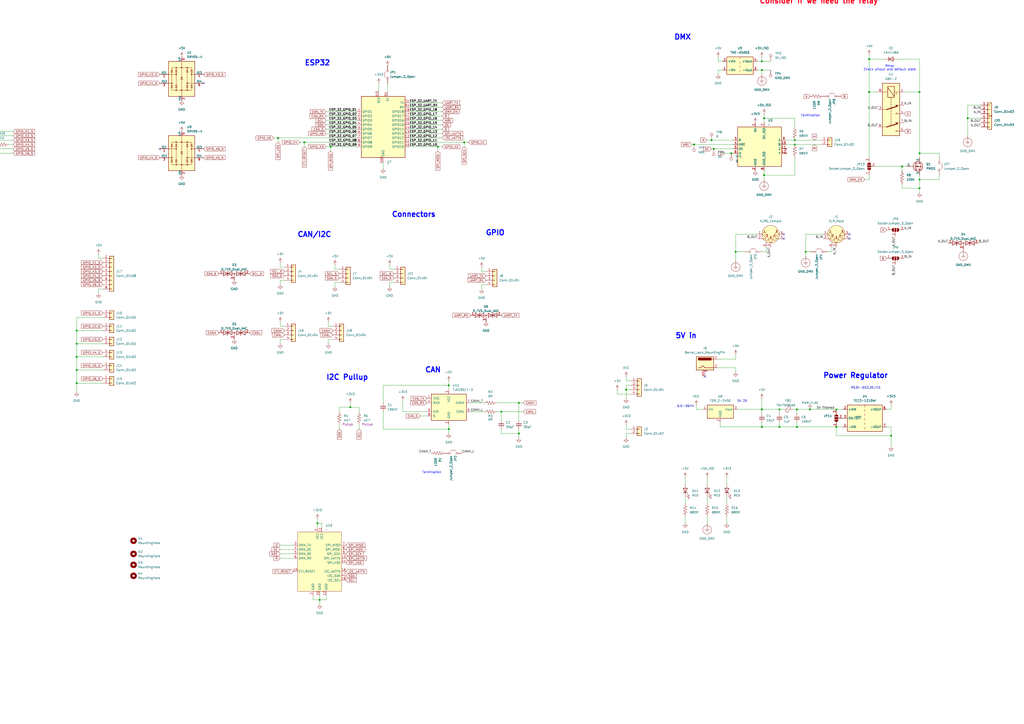
<source format=kicad_sch>
(kicad_sch (version 20250114) (generator "eeschema") (generator_version "9.0")
  (paper "A2")
  (text "Connectors" (at 240.03 124.46 0) (effects (font (size 3 3) (thickness 0.6) (bold yes))))
  (text "5V 2A" (at 430.53 232.664 0) (effects (font (size 1.27 1.27))))
  (text "CAN" (at 251.206 214.63 0) (effects (font (size 3 3) (thickness 0.6) (bold yes))))
  (text "DMX" (at 395.986 21.59 0) (effects (font (size 3 3) (thickness 0.6) (bold yes))))
  (text "Termination" (at 250.444 274.066 0) (effects (font (size 1.27 1.27))))
  (text "RS3K-053.3S/H3" (at 502.158 225.044 0) (effects (font (size 1.27 1.27))))
  (text "5V in" (at 398.018 194.818 0) (effects (font (size 3 3) (thickness 0.6) (bold yes))))
  (text "Relay\nCheck pinout and default state" (at 516.128 39.37 0) (effects (font (size 1.27 1.27))))
  (text "ESP32" (at 184.15 36.576 0) (effects (font (size 3 3) (thickness 0.6) (bold yes))))
  (text "CAN/I2C" (at 182.372 136.144 0) (effects (font (size 3 3) (thickness 0.6) (bold yes))))
  (text "Termination" (at 470.154 67.056 0) (effects (font (size 1.27 1.27))))
  (text "I2C Pullup" (at 201.422 218.948 0) (effects (font (size 3 3) (thickness 0.6) (bold yes))))
  (text "DMX RESISTORS\nCheck if these are needed for receiving as well.\nTogglable terminator resistor\nConsider if we need the relay" (at 474.98 -6.604 0) (effects (font (size 3 3) (thickness 0.6) (bold yes))))
  (text "GPIO" (at 287.274 135.128 0) (effects (font (size 3 3) (thickness 0.6) (bold yes))))
  (text "Power Regulator" (at 496.316 217.932 0) (effects (font (size 3 3) (thickness 0.6) (bold yes))))
  (text "6.5-36Vin" (at 397.764 235.712 0) (effects (font (size 1.27 1.27))))
  (junction (at 504.19 34.29))
  (junction (at 461.01 81.28))
  (junction (at 441.96 35.56))
  (junction (at 44.45 207.01))
  (junction (at 461.01 83.82))
  (junction (at 254 85.09))
  (junction (at 414.02 86.36))
  (junction (at 533.4 53.34))
  (junction (at 504.19 53.34))
  (junction (at 523.24 96.52))
  (junction (at 441.96 247.65))
  (junction (at 452.12 237.49))
  (junction (at 269.24 82.55))
  (junction (at 184.15 303.53))
  (junction (at 485.14 247.65))
  (junction (at 191.77 85.09))
  (junction (at 300.99 233.68))
  (junction (at -91.44 33.02))
  (junction (at 443.23 101.6))
  (junction (at 424.18 88.9))
  (junction (at -60.96 45.72))
  (junction (at 462.28 237.49))
  (junction (at 44.45 214.63))
  (junction (at 363.22 226.06))
  (junction (at 561.34 68.58))
  (junction (at 467.36 146.05))
  (junction (at 412.75 81.28))
  (junction (at 260.35 248.92))
  (junction (at 462.28 247.65))
  (junction (at 533.4 104.14))
  (junction (at 203.2 236.22))
  (junction (at 469.9 237.49))
  (junction (at 485.14 237.49))
  (junction (at 452.12 247.65))
  (junction (at -60.96 58.42))
  (junction (at 300.99 251.46))
  (junction (at 161.29 80.01))
  (junction (at 441.96 237.49))
  (junction (at 533.4 88.9))
  (junction (at 44.45 199.39))
  (junction (at 44.45 222.25))
  (junction (at 290.83 238.76))
  (junction (at 260.35 223.52))
  (junction (at 44.45 191.77))
  (junction (at 516.89 252.73))
  (junction (at 426.72 146.05))
  (junction (at 185.42 347.98))
  (junction (at 402.59 83.82))
  (junction (at 441.96 40.64))
  (junction (at 176.53 82.55))
  (junction (at 443.23 68.58))
  (junction (at 533.4 109.22))
  (no_connect (at 492.76 138.43))
  (no_connect (at 118.11 48.26))
  (no_connect (at 454.66 138.43))
  (no_connect (at 454.66 135.89))
  (no_connect (at 492.76 135.89))
  (no_connect (at 92.71 86.36))
  (no_connect (at 408.94 218.44))
  (wire (pts (xy 485.14 247.65) (xy 488.95 247.65)))
  (wire (pts (xy 185.42 350.52) (xy 185.42 347.98)))
  (wire (pts (xy 237.49 80.01) (xy 256.54 80.01)))
  (wire (pts (xy 441.96 40.64) (xy 447.04 40.64)))
  (wire (pts (xy 441.96 40.64) (xy 441.96 43.18)))
  (wire (pts (xy 363.22 223.52) (xy 363.22 226.06)))
  (wire (pts (xy 279.4 165.1) (xy 279.4 167.64)))
  (wire (pts (xy 426.72 151.13) (xy 426.72 146.05)))
  (wire (pts (xy -80.01 81.28) (xy -80.01 86.36)))
  (wire (pts (xy 441.96 245.11) (xy 441.96 247.65)))
  (wire (pts (xy -22.86 86.36) (xy 7.62 86.36)))
  (wire (pts (xy 452.12 237.49) (xy 454.66 237.49)))
  (wire (pts (xy 57.15 147.32) (xy 57.15 149.86)))
  (wire (pts (xy 189.23 347.98) (xy 185.42 347.98)))
  (wire (pts (xy 363.22 251.46) (xy 363.22 254)))
  (wire (pts (xy 467.36 135.89) (xy 467.36 146.05)))
  (wire (pts (xy 280.67 238.76) (xy 273.05 238.76)))
  (wire (pts (xy 485.14 247.65) (xy 462.28 247.65)))
  (wire (pts (xy 191.77 87.63) (xy 191.77 85.09)))
  (wire (pts (xy 44.45 207.01) (xy 59.69 207.01)))
  (wire (pts (xy 441.96 240.03) (xy 441.96 237.49)))
  (wire (pts (xy 544.83 88.9) (xy 533.4 88.9)))
  (wire (pts (xy 443.23 104.14) (xy 443.23 101.6)))
  (wire (pts (xy 44.45 184.15) (xy 44.45 191.77)))
  (wire (pts (xy -38.1 76.2) (xy -29.21 76.2)))
  (wire (pts (xy 162.56 162.56) (xy 165.1 162.56)))
  (wire (pts (xy -60.96 68.58) (xy -60.96 58.42)))
  (wire (pts (xy -86.36 35.56) (xy -86.36 33.02)))
  (wire (pts (xy 228.6 156.21) (xy 226.06 156.21)))
  (wire (pts (xy -58.42 68.58) (xy -60.96 68.58)))
  (wire (pts (xy 443.23 68.58) (xy 443.23 71.12)))
  (wire (pts (xy 485.14 252.73) (xy 485.14 247.65)))
  (wire (pts (xy 247.65 241.3) (xy 243.84 241.3)))
  (wire (pts (xy 443.23 66.04) (xy 443.23 68.58)))
  (wire (pts (xy 485.14 252.73) (xy 516.89 252.73)))
  (wire (pts (xy 426.72 146.05) (xy 426.72 135.89)))
  (wire (pts (xy 397.51 276.86) (xy 397.51 280.67)))
  (wire (pts (xy 303.53 238.76) (xy 290.83 238.76)))
  (wire (pts (xy 412.75 81.28) (xy 425.45 81.28)))
  (wire (pts (xy 452.12 245.11) (xy 452.12 247.65)))
  (wire (pts (xy 196.85 236.22) (xy 203.2 236.22)))
  (wire (pts (xy 176.53 85.09) (xy 176.53 82.55)))
  (wire (pts (xy 208.28 236.22) (xy 203.2 236.22)))
  (wire (pts (xy 462.28 237.49) (xy 469.9 237.49)))
  (wire (pts (xy 186.69 306.07) (xy 186.69 303.53)))
  (wire (pts (xy 222.25 248.92) (xy 260.35 248.92)))
  (wire (pts (xy 533.4 53.34) (xy 524.51 53.34)))
  (wire (pts (xy 162.56 165.1) (xy 162.56 162.56)))
  (wire (pts (xy 427.99 237.49) (xy 441.96 237.49)))
  (wire (pts (xy 208.28 238.76) (xy 208.28 236.22)))
  (wire (pts (xy 504.19 101.6) (xy 504.19 104.14)))
  (wire (pts (xy 482.6 146.05) (xy 482.6 143.51)))
  (wire (pts (xy 533.4 34.29) (xy 533.4 53.34)))
  (wire (pts (xy -60.96 58.42) (xy -50.8 58.42)))
  (wire (pts (xy 290.83 238.76) (xy 290.83 243.84)))
  (wire (pts (xy 44.45 222.25) (xy 44.45 227.33)))
  (wire (pts (xy 44.45 214.63) (xy 59.69 214.63)))
  (wire (pts (xy 269.24 82.55) (xy 271.78 82.55)))
  (wire (pts (xy 477.52 135.89) (xy 467.36 135.89)))
  (wire (pts (xy 162.56 199.39) (xy 162.56 196.85)))
  (wire (pts (xy 402.59 83.82) (xy 425.45 83.82)))
  (wire (pts (xy 410.21 81.28) (xy 412.75 81.28)))
  (wire (pts (xy 237.49 69.85) (xy 256.54 69.85)))
  (wire (pts (xy 523.24 96.52) (xy 523.24 99.06)))
  (wire (pts (xy 196.85 246.38) (xy 196.85 248.92)))
  (wire (pts (xy 416.56 35.56) (xy 416.56 33.02)))
  (wire (pts (xy 441.96 237.49) (xy 452.12 237.49)))
  (wire (pts (xy -50.8 58.42) (xy -50.8 60.96)))
  (wire (pts (xy 508 96.52) (xy 523.24 96.52)))
  (wire (pts (xy 441.96 35.56) (xy 447.04 35.56)))
  (wire (pts (xy -38.1 88.9) (xy -20.32 88.9)))
  (wire (pts (xy -60.96 45.72) (xy -50.8 45.72)))
  (wire (pts (xy 533.4 104.14) (xy 533.4 109.22)))
  (wire (pts (xy 459.74 237.49) (xy 462.28 237.49)))
  (wire (pts (xy 452.12 237.49) (xy 452.12 240.03)))
  (wire (pts (xy 190.5 199.39) (xy 190.5 196.85)))
  (wire (pts (xy 504.19 31.75) (xy 504.19 34.29)))
  (wire (pts (xy 203.2 236.22) (xy 203.2 233.68)))
  (wire (pts (xy 162.56 318.77) (xy 170.18 318.77)))
  (wire (pts (xy 44.45 207.01) (xy 44.45 214.63)))
  (wire (pts (xy 412.75 86.36) (xy 414.02 86.36)))
  (wire (pts (xy 162.56 196.85) (xy 165.1 196.85)))
  (wire (pts (xy 426.72 208.28) (xy 416.56 208.28)))
  (wire (pts (xy 290.83 238.76) (xy 288.29 238.76)))
  (wire (pts (xy -38.1 78.74) (xy -20.32 78.74)))
  (wire (pts (xy 504.19 34.29) (xy 504.19 53.34)))
  (wire (pts (xy 426.72 146.05) (xy 431.8 146.05)))
  (wire (pts (xy 222.25 238.76) (xy 222.25 248.92)))
  (wire (pts (xy 467.36 146.05) (xy 469.9 146.05)))
  (wire (pts (xy 420.37 88.9) (xy 424.18 88.9)))
  (wire (pts (xy 162.56 186.69) (xy 162.56 189.23)))
  (wire (pts (xy 57.15 149.86) (xy 59.69 149.86)))
  (wire (pts (xy -21.59 76.2) (xy 7.62 76.2)))
  (wire (pts (xy 237.49 85.09) (xy 254 85.09)))
  (wire (pts (xy 279.4 165.1) (xy 281.94 165.1)))
  (wire (pts (xy 461.01 101.6) (xy 443.23 101.6)))
  (wire (pts (xy 44.45 199.39) (xy 44.45 207.01)))
  (wire (pts (xy 5.08 83.82) (xy 7.62 83.82)))
  (wire (pts (xy -86.36 33.02) (xy -91.44 33.02)))
  (wire (pts (xy -80.01 86.36) (xy -92.71 86.36)))
  (wire (pts (xy 162.56 189.23) (xy 165.1 189.23)))
  (wire (pts (xy 186.69 303.53) (xy 184.15 303.53)))
  (wire (pts (xy 290.83 251.46) (xy 300.99 251.46)))
  (wire (pts (xy 504.19 104.14) (xy 501.65 104.14)))
  (wire (pts (xy 561.34 60.96) (xy 568.96 60.96)))
  (wire (pts (xy 228.6 163.83) (xy 226.06 163.83)))
  (wire (pts (xy 421.64 288.29) (xy 421.64 292.1)))
  (wire (pts (xy 237.49 59.69) (xy 256.54 59.69)))
  (wire (pts (xy 194.31 153.67) (xy 194.31 156.21)))
  (wire (pts (xy 544.83 104.14) (xy 533.4 104.14)))
  (wire (pts (xy 44.45 214.63) (xy 44.45 222.25)))
  (wire (pts (xy -60.96 43.18) (xy -60.96 45.72)))
  (wire (pts (xy 417.83 247.65) (xy 441.96 247.65)))
  (wire (pts (xy 365.76 220.98) (xy 363.22 220.98)))
  (wire (pts (xy -12.7 78.74) (xy 7.62 78.74)))
  (wire (pts (xy 237.49 77.47) (xy 256.54 77.47)))
  (wire (pts (xy -97.79 43.18) (xy -97.79 45.72)))
  (wire (pts (xy 237.49 72.39) (xy 256.54 72.39)))
  (wire (pts (xy -38.1 43.18) (xy -38.1 45.72)))
  (wire (pts (xy 237.49 64.77) (xy 256.54 64.77)))
  (wire (pts (xy 300.99 233.68) (xy 300.99 243.84)))
  (wire (pts (xy 461.01 68.58) (xy 443.23 68.58)))
  (wire (pts (xy 544.83 101.6) (xy 544.83 104.14)))
  (wire (pts (xy 237.49 74.93) (xy 256.54 74.93)))
  (wire (pts (xy 189.23 77.47) (xy 207.01 77.47)))
  (wire (pts (xy 194.31 156.21) (xy 196.85 156.21)))
  (wire (pts (xy 189.23 67.31) (xy 207.01 67.31)))
  (wire (pts (xy 397.51 288.29) (xy 397.51 292.1)))
  (wire (pts (xy 158.75 80.01) (xy 161.29 80.01)))
  (wire (pts (xy 59.69 191.77) (xy 44.45 191.77)))
  (wire (pts (xy 363.22 248.92) (xy 365.76 248.92)))
  (wire (pts (xy 194.31 166.37) (xy 194.31 163.83)))
  (wire (pts (xy 190.5 186.69) (xy 190.5 189.23)))
  (wire (pts (xy 504.19 53.34) (xy 504.19 91.44)))
  (wire (pts (xy -45.72 49.53) (xy -45.72 60.96)))
  (wire (pts (xy 181.61 347.98) (xy 181.61 345.44)))
  (wire (pts (xy 260.35 223.52) (xy 260.35 226.06)))
  (wire (pts (xy -12.7 88.9) (xy 7.62 88.9)))
  (wire (pts (xy 401.32 83.82) (xy 402.59 83.82)))
  (wire (pts (xy 190.5 189.23) (xy 193.04 189.23)))
  (wire (pts (xy 514.35 247.65) (xy 516.89 247.65)))
  (wire (pts (xy 162.56 316.23) (xy 170.18 316.23)))
  (wire (pts (xy -60.96 45.72) (xy -60.96 58.42)))
  (wire (pts (xy 279.4 157.48) (xy 279.4 154.94)))
  (wire (pts (xy 441.96 35.56) (xy 441.96 33.02)))
  (wire (pts (xy 439.42 35.56) (xy 441.96 35.56)))
  (wire (pts (xy 254 85.09) (xy 256.54 85.09)))
  (wire (pts (xy 455.93 83.82) (xy 461.01 83.82)))
  (wire (pts (xy 260.35 220.98) (xy 260.35 223.52)))
  (wire (pts (xy 44.45 222.25) (xy 59.69 222.25)))
  (wire (pts (xy 461.01 81.28) (xy 476.25 81.28)))
  (wire (pts (xy 237.49 62.23) (xy 256.54 62.23)))
  (wire (pts (xy 303.53 233.68) (xy 300.99 233.68)))
  (wire (pts (xy 461.01 73.66) (xy 461.01 68.58)))
  (wire (pts (xy 161.29 80.01) (xy 207.01 80.01)))
  (wire (pts (xy 189.23 74.93) (xy 207.01 74.93)))
  (wire (pts (xy 416.56 213.36) (xy 426.72 213.36)))
  (wire (pts (xy 544.83 91.44) (xy 544.83 88.9)))
  (wire (pts (xy 397.51 299.72) (xy 397.51 303.53)))
  (wire (pts (xy 280.67 233.68) (xy 273.05 233.68)))
  (wire (pts (xy 426.72 213.36) (xy 426.72 215.9)))
  (wire (pts (xy 290.83 251.46) (xy 290.83 248.92)))
  (wire (pts (xy 523.24 106.68) (xy 523.24 109.22)))
  (wire (pts (xy -97.79 33.02) (xy -91.44 33.02)))
  (wire (pts (xy 523.24 96.52) (xy 525.78 96.52)))
  (wire (pts (xy 561.34 68.58) (xy 568.96 68.58)))
  (wire (pts (xy 57.15 170.18) (xy 57.15 167.64)))
  (wire (pts (xy 504.19 53.34) (xy 509.27 53.34)))
  (wire (pts (xy 189.23 64.77) (xy 207.01 64.77)))
  (wire (pts (xy 410.21 288.29) (xy 410.21 292.1)))
  (wire (pts (xy 426.72 135.89) (xy 439.42 135.89)))
  (wire (pts (xy 410.21 276.86) (xy 410.21 280.67)))
  (wire (pts (xy -3.81 81.28) (xy 7.62 81.28)))
  (wire (pts (xy 363.22 246.38) (xy 363.22 248.92)))
  (wire (pts (xy 189.23 85.09) (xy 191.77 85.09)))
  (wire (pts (xy 57.15 167.64) (xy 59.69 167.64)))
  (wire (pts (xy 516.89 237.49) (xy 516.89 234.95)))
  (wire (pts (xy -38.1 45.72) (xy -40.64 45.72)))
  (wire (pts (xy 363.22 226.06) (xy 365.76 226.06)))
  (wire (pts (xy -38.1 86.36) (xy -30.48 86.36)))
  (wire (pts (xy 439.42 40.64) (xy 441.96 40.64)))
  (wire (pts (xy 222.25 97.79) (xy 222.25 93.98)))
  (wire (pts (xy 441.96 231.14) (xy 441.96 237.49)))
  (wire (pts (xy 184.15 303.53) (xy 184.15 306.07)))
  (wire (pts (xy 461.01 83.82) (xy 476.25 83.82)))
  (wire (pts (xy 561.34 78.74) (xy 561.34 68.58)))
  (wire (pts (xy 208.28 246.38) (xy 208.28 248.92)))
  (wire (pts (xy 444.5 146.05) (xy 441.96 146.05)))
  (wire (pts (xy 419.1 35.56) (xy 416.56 35.56)))
  (wire (pts (xy 226.06 156.21) (xy 226.06 153.67)))
  (wire (pts (xy 247.65 238.76) (xy 233.68 238.76)))
  (wire (pts (xy 363.22 231.14) (xy 363.22 226.06)))
  (wire (pts (xy 237.49 67.31) (xy 256.54 67.31)))
  (wire (pts (xy -91.44 33.02) (xy -91.44 30.48)))
  (wire (pts (xy 410.21 299.72) (xy 410.21 303.53)))
  (wire (pts (xy 185.42 345.44) (xy 185.42 347.98)))
  (wire (pts (xy 300.99 251.46) (xy 300.99 254)))
  (wire (pts (xy 189.23 345.44) (xy 189.23 347.98)))
  (wire (pts (xy 191.77 85.09) (xy 207.01 85.09)))
  (wire (pts (xy 279.4 157.48) (xy 281.94 157.48)))
  (wire (pts (xy 467.36 148.59) (xy 467.36 146.05)))
  (wire (pts (xy 184.15 300.99) (xy 184.15 303.53)))
  (wire (pts (xy 533.4 88.9) (xy 533.4 91.44)))
  (wire (pts (xy -86.36 43.18) (xy -86.36 45.72)))
  (wire (pts (xy 226.06 163.83) (xy 226.06 166.37)))
  (wire (pts (xy 194.31 163.83) (xy 196.85 163.83)))
  (wire (pts (xy 189.23 72.39) (xy 207.01 72.39)))
  (wire (pts (xy 269.24 82.55) (xy 269.24 85.09)))
  (wire (pts (xy 443.23 101.6) (xy 443.23 99.06)))
  (wire (pts (xy 254 87.63) (xy 254 85.09)))
  (wire (pts (xy -38.1 83.82) (xy -2.54 83.82)))
  (wire (pts (xy 358.14 228.6) (xy 365.76 228.6)))
  (wire (pts (xy 461.01 91.44) (xy 461.01 101.6)))
  (wire (pts (xy 424.18 88.9) (xy 425.45 88.9)))
  (wire (pts (xy 469.9 237.49) (xy 485.14 237.49)))
  (wire (pts (xy 162.56 321.31) (xy 170.18 321.31)))
  (wire (pts (xy 419.1 40.64) (xy 416.56 40.64)))
  (wire (pts (xy 421.64 276.86) (xy 421.64 280.67)))
  (wire (pts (xy 300.99 248.92) (xy 300.99 251.46)))
  (wire (pts (xy 59.69 184.15) (xy 44.45 184.15)))
  (wire (pts (xy 358.14 226.06) (xy 358.14 228.6)))
  (wire (pts (xy 516.89 247.65) (xy 516.89 252.73)))
  (wire (pts (xy -38.1 81.28) (xy -11.43 81.28)))
  (wire (pts (xy 417.83 245.11) (xy 417.83 247.65)))
  (wire (pts (xy 260.35 251.46) (xy 260.35 248.92)))
  (wire (pts (xy 365.76 251.46) (xy 363.22 251.46)))
  (wire (pts (xy 523.24 109.22) (xy 533.4 109.22)))
  (wire (pts (xy 421.64 299.72) (xy 421.64 303.53)))
  (wire (pts (xy 288.29 233.68) (xy 300.99 233.68)))
  (wire (pts (xy 452.12 247.65) (xy 462.28 247.65)))
  (wire (pts (xy 414.02 86.36) (xy 425.45 86.36)))
  (wire (pts (xy 426.72 205.74) (xy 426.72 208.28)))
  (wire (pts (xy 173.99 82.55) (xy 176.53 82.55)))
  (wire (pts (xy 416.56 40.64) (xy 416.56 43.18)))
  (wire (pts (xy 222.25 223.52) (xy 260.35 223.52)))
  (wire (pts (xy 533.4 53.34) (xy 533.4 88.9)))
  (wire (pts (xy 403.86 237.49) (xy 407.67 237.49)))
  (wire (pts (xy 219.71 48.26) (xy 219.71 53.34)))
  (wire (pts (xy 504.19 34.29) (xy 513.08 34.29)))
  (wire (pts (xy 516.89 252.73) (xy 516.89 259.08)))
  (wire (pts (xy 189.23 69.85) (xy 207.01 69.85)))
  (wire (pts (xy 224.79 48.26) (xy 224.79 53.34)))
  (wire (pts (xy 462.28 247.65) (xy 462.28 245.11)))
  (wire (pts (xy 185.42 347.98) (xy 181.61 347.98)))
  (wire (pts (xy 44.45 199.39) (xy 59.69 199.39)))
  (wire (pts (xy 480.06 146.05) (xy 482.6 146.05)))
  (wire (pts (xy 403.86 234.95) (xy 403.86 237.49)))
  (wire (pts (xy 365.76 223.52) (xy 363.22 223.52)))
  (wire (pts (xy 233.68 238.76) (xy 233.68 232.41)))
  (wire (pts (xy -97.79 35.56) (xy -97.79 33.02)))
  (wire (pts (xy 485.14 237.49) (xy 488.95 237.49)))
  (wire (pts (xy 260.35 248.92) (xy 260.35 246.38)))
  (wire (pts (xy 162.56 154.94) (xy 165.1 154.94)))
  (wire (pts (xy 196.85 238.76) (xy 196.85 236.22)))
  (wire (pts (xy 533.4 101.6) (xy 533.4 104.14)))
  (wire (pts (xy 561.34 68.58) (xy 561.34 60.96)))
  (wire (pts (xy 162.56 323.85) (xy 170.18 323.85)))
  (wire (pts (xy 462.28 237.49) (xy 462.28 240.03)))
  (wire (pts (xy 533.4 109.22) (xy 533.4 111.76)))
  (wire (pts (xy 269.24 82.55) (xy 237.49 82.55)))
  (wire (pts (xy 162.56 152.4) (xy 162.56 154.94)))
  (wire (pts (xy 514.35 237.49) (xy 516.89 237.49)))
  (wire (pts (xy 520.7 34.29) (xy 533.4 34.29)))
  (wire (pts (xy 190.5 196.85) (xy 193.04 196.85)))
  (wire (pts (xy 452.12 247.65) (xy 441.96 247.65)))
  (wire (pts (xy 455.93 81.28) (xy 461.01 81.28)))
  (wire (pts (xy 44.45 191.77) (xy 44.45 199.39)))
  (wire (pts (xy 161.29 82.55) (xy 161.29 80.01)))
  (wire (pts (xy 176.53 82.55) (xy 207.01 82.55)))
  (wire (pts (xy 444.5 143.51) (xy 444.5 146.05)))
  (wire (pts (xy 222.25 233.68) (xy 222.25 223.52)))
  (wire (pts (xy 363.22 220.98) (xy 363.22 218.44)))
  (label "ESP_32_GPIO_07" (at 207.01 80.01 180) (effects (font (bold yes))))
  (label "ESP_32_GPIO_14" (at 237.49 74.93 0) (effects (font (bold yes))))
  (label "B_OUT" (at 509.27 73.66 180))
  (label "A_IN" (at 524.51 60.96 0))
  (label "A_IN" (at 524.51 133.35 0))
  (label "ESP_32_GPIO_08" (at 207.01 82.55 180) (effects (font (bold yes))))
  (label "ESP_32_GPIO_15" (at 237.49 72.39 0) (effects (font (bold yes))))
  (label "ESP_32_GPIO_02" (at 207.01 67.31 180) (effects (font (bold yes))))
  (label "B_OUT" (at 519.43 153.67 270))
  (label "ESP_32_GPIO_06" (at 207.01 77.47 180) (effects (font (bold yes))))
  (label "B_IN" (at 568.96 63.5 180))
  (label "ESP_32_GPIO_18" (at 237.49 64.77 0) (effects (font (bold yes))))
  (label "B_IN" (at 524.51 71.12 0))
  (label "CANH_L" (at 267.97 262.89 0))
  (label "ESP_32_GPIO_05" (at 207.01 74.93 180) (effects (font (bold yes))))
  (label "A_OUT" (at 509.27 63.5 180))
  (label "ESP_32_GPIO_11" (at 237.49 82.55 0) (effects (font (bold yes))))
  (label "ESP_32_GPIO_17" (at 237.49 67.31 0) (effects (font (bold yes))))
  (label "B_OUT" (at 568.96 71.12 180))
  (label "5V filtered" (at 473.71 237.49 0))
  (label "ESP_32_GPIO_09" (at 207.01 85.09 180) (effects (font (bold yes))))
  (label "A_OUT" (at 447.04 143.51 270))
  (label "A_IN" (at 485.14 143.51 270))
  (label "A_IN" (at 568.96 66.04 180))
  (label "CANH_T" (at 273.05 233.68 0))
  (label "CANH_T" (at 250.19 262.89 180))
  (label "B_IN" (at 524.51 149.86 0))
  (label "CANH_L" (at 273.05 238.76 0))
  (label "A_OUT" (at 519.43 137.16 270))
  (label "ESP_32_GPIO_10" (at 237.49 85.09 0) (effects (font (bold yes))))
  (label "B_IN" (at 477.52 138.43 180))
  (label "B_OUT" (at 439.42 138.43 180))
  (label "ESP_32_GPIO_04" (at 207.01 72.39 180) (effects (font (bold yes))))
  (label "ESP_32_GPIO_13" (at 237.49 77.47 0) (effects (font (bold yes))))
  (label "ESP_32_UART_TX" (at 237.49 59.69 0) (effects (font (bold yes))))
  (label "B_OUT" (at 567.69 140.97 0))
  (label "ESP_32_GPIO_16" (at 237.49 69.85 0) (effects (font (bold yes))))
  (label "ESP_32_UART_RX" (at 237.49 62.23 0) (effects (font (bold yes))))
  (label "A_OUT" (at 568.96 73.66 180))
  (label "ESP_32_GPIO_01" (at 207.01 64.77 180) (effects (font (bold yes))))
  (label "ESP_32_GPIO_03" (at 207.01 69.85 180) (effects (font (bold yes))))
  (label "ESP_32_GPIO_12" (at 237.49 80.01 0) (effects (font (bold yes))))
  (label "A_OUT" (at 549.91 140.97 180))
  (global_label "CAN_RX" (shape input) (at 189.23 67.31 180) (property "Intersheetrefs" "${INTERSHEET_REFS}" (effects (hide yes))))
  (global_label "CAN_S" (shape input) (at 243.84 241.3 180) (property "Intersheetrefs" "${INTERSHEET_REFS}" (effects (hide yes))))
  (global_label "GPIO_X4_5" (shape input) (at 7.62 83.82 0) (property "Intersheetrefs" "${INTERSHEET_REFS}" (effects (hide yes))))
  (global_label "CANL" (shape input) (at 303.53 238.76 0) (property "Intersheetrefs" "${INTERSHEET_REFS}" (effects (hide yes))))
  (global_label "D" (shape input) (at 420.37 88.9 180) (property "Intersheetrefs" "${INTERSHEET_REFS}" (effects (hide yes))))
  (global_label "UART_RX" (shape input) (at 281.94 162.56 180) (property "Intersheetrefs" "${INTERSHEET_REFS}" (effects (hide yes))))
  (global_label "SDA_5" (shape input) (at -92.71 81.28 0) (property "Intersheetrefs" "${INTERSHEET_REFS}" (effects (hide yes))))
  (global_label "CANL" (shape input) (at 165.1 194.31 180) (property "Intersheetrefs" "${INTERSHEET_REFS}" (effects (hide yes))))
  (global_label "GPIO_X1" (shape input) (at -58.42 76.2 180) (property "Intersheetrefs" "${INTERSHEET_REFS}" (effects (hide yes))))
  (global_label "NRE" (shape input) (at 162.56 321.31 180) (property "Intersheetrefs" "${INTERSHEET_REFS}" (effects (hide yes))))
  (global_label "B" (shape input) (at 524.51 76.2 0) (property "Intersheetrefs" "${INTERSHEET_REFS}" (effects (hide yes))))
  (global_label "GPIO_X6_5" (shape input) (at 59.69 219.71 180) (property "Intersheetrefs" "${INTERSHEET_REFS}" (effects (hide yes))))
  (global_label "GPIO_X3_5" (shape input) (at 118.11 43.18 0) (property "Intersheetrefs" "${INTERSHEET_REFS}" (effects (hide yes))))
  (global_label "I2C_nATTN" (shape input) (at 200.66 331.47 0) (property "Intersheetrefs" "${INTERSHEET_REFS}" (effects (hide yes))))
  (global_label "SCL_5" (shape input) (at 144.78 158.75 0) (property "Intersheetrefs" "${INTERSHEET_REFS}" (effects (hide yes))))
  (global_label "SDA" (shape input) (at 189.23 72.39 180) (property "Intersheetrefs" "${INTERSHEET_REFS}" (effects (hide yes))))
  (global_label "SDA_5" (shape input) (at 228.6 161.29 180) (property "Intersheetrefs" "${INTERSHEET_REFS}" (effects (hide yes))))
  (global_label "GPIO_X3_5" (shape input) (at 59.69 157.48 180) (property "Intersheetrefs" "${INTERSHEET_REFS}" (effects (hide yes))))
  (global_label "SCL" (shape input) (at 200.66 336.55 0) (property "Intersheetrefs" "${INTERSHEET_REFS}" (effects (hide yes))))
  (global_label "GPIO_X2" (shape input) (at 256.54 85.09 0) (property "Intersheetrefs" "${INTERSHEET_REFS}" (effects (hide yes))))
  (global_label "DMX_EN" (shape input) (at 501.65 104.14 180) (property "Intersheetrefs" "${INTERSHEET_REFS}" (effects (hide yes))))
  (global_label "GPIO_X4" (shape input) (at -58.42 83.82 180) (property "Intersheetrefs" "${INTERSHEET_REFS}" (effects (hide yes))))
  (global_label "SDA_5" (shape input) (at 196.85 161.29 180) (property "Intersheetrefs" "${INTERSHEET_REFS}" (effects (hide yes))))
  (global_label "SDA_5" (shape input) (at -97.79 45.72 270) (property "Intersheetrefs" "${INTERSHEET_REFS}" (effects (hide yes))))
  (global_label "SCL_5" (shape input) (at -86.36 45.72 270) (property "Intersheetrefs" "${INTERSHEET_REFS}" (effects (hide yes))))
  (global_label "GPIO_X4_5" (shape input) (at 92.71 91.44 180) (property "Intersheetrefs" "${INTERSHEET_REFS}" (effects (hide yes))))
  (global_label "A" (shape input) (at 472.44 81.28 90) (property "Intersheetrefs" "${INTERSHEET_REFS}" (effects (hide yes))))
  (global_label "CTI_RESET" (shape input) (at 176.53 85.09 270) (property "Intersheetrefs" "${INTERSHEET_REFS}" (effects (hide yes))))
  (global_label "DE" (shape input) (at 256.54 72.39 0) (property "Intersheetrefs" "${INTERSHEET_REFS}" (effects (hide yes))))
  (global_label "SCL" (shape input) (at 189.23 69.85 180) (property "Intersheetrefs" "${INTERSHEET_REFS}" (effects (hide yes))))
  (global_label "SCL" (shape input) (at -118.11 76.2 180) (property "Intersheetrefs" "${INTERSHEET_REFS}" (effects (hide yes))))
  (global_label "CANH" (shape input) (at 193.04 191.77 180) (property "Intersheetrefs" "${INTERSHEET_REFS}" (effects (hide yes))))
  (global_label "B" (shape input) (at 487.68 55.88 0) (property "Intersheetrefs" "${INTERSHEET_REFS}" (effects (hide yes))))
  (global_label "R" (shape input) (at 256.54 67.31 0) (property "Intersheetrefs" "${INTERSHEET_REFS}" (effects (hide yes))))
  (global_label "GPIO_X2_5" (shape input) (at 59.69 154.94 180) (property "Intersheetrefs" "${INTERSHEET_REFS}" (effects (hide yes))))
  (global_label "SCL_5" (shape input) (at 196.85 158.75 180) (property "Intersheetrefs" "${INTERSHEET_REFS}" (effects (hide yes))))
  (global_label "CAN_S" (shape input) (at 189.23 74.93 180) (property "Intersheetrefs" "${INTERSHEET_REFS}" (effects (hide yes))))
  (global_label "GPIO_X4" (shape input) (at 173.99 82.55 180) (property "Intersheetrefs" "${INTERSHEET_REFS}" (effects (hide yes))))
  (global_label "SPI_nATTN" (shape input) (at 200.66 323.85 0) (property "Intersheetrefs" "${INTERSHEET_REFS}" (effects (hide yes))))
  (global_label "I2C_nATTN" (shape input) (at 256.54 80.01 0) (property "Intersheetrefs" "${INTERSHEET_REFS}" (effects (hide yes))))
  (global_label "SDA" (shape input) (at 200.66 334.01 0) (property "Intersheetrefs" "${INTERSHEET_REFS}" (effects (hide yes))))
  (global_label "SCL" (shape input) (at 208.28 248.92 270) (property "Intersheetrefs" "${INTERSHEET_REFS}" (effects (hide yes))))
  (global_label "CAN_TX" (shape input) (at 189.23 64.77 180) (property "Intersheetrefs" "${INTERSHEET_REFS}" (effects (hide yes))))
  (global_label "GPIO_X3_5" (shape input) (at 7.62 81.28 0) (property "Intersheetrefs" "${INTERSHEET_REFS}" (effects (hide yes))))
  (global_label "GPIO_X6_5" (shape input) (at 59.69 165.1 180) (property "Intersheetrefs" "${INTERSHEET_REFS}" (effects (hide yes))))
  (global_label "A" (shape input) (at 524.51 66.04 0) (property "Intersheetrefs" "${INTERSHEET_REFS}" (effects (hide yes))))
  (global_label "SPI_MISO" (shape input) (at 191.77 87.63 270) (property "Intersheetrefs" "${INTERSHEET_REFS}" (effects (hide yes))))
  (global_label "CANH" (shape input) (at 127 193.04 180) (property "Intersheetrefs" "${INTERSHEET_REFS}" (effects (hide yes))))
  (global_label "UART_TX" (shape input) (at 256.54 59.69 0) (property "Intersheetrefs" "${INTERSHEET_REFS}" (effects (hide yes))))
  (global_label "SPI_SCK" (shape input) (at 269.24 85.09 270) (property "Intersheetrefs" "${INTERSHEET_REFS}" (effects (hide yes))))
  (global_label "SDA_5" (shape input) (at 127 158.75 180) (property "Intersheetrefs" "${INTERSHEET_REFS}" (effects (hide yes))))
  (global_label "CAN_TX" (shape input) (at 247.65 231.14 180) (property "Intersheetrefs" "${INTERSHEET_REFS}" (effects (hide yes))))
  (global_label "R" (shape input) (at 410.21 81.28 180) (property "Intersheetrefs" "${INTERSHEET_REFS}" (effects (hide yes))))
  (global_label "GPIO_X2" (shape input) (at -58.42 78.74 180) (property "Intersheetrefs" "${INTERSHEET_REFS}" (effects (hide yes))))
  (global_label "B" (shape input) (at 514.35 149.86 180) (property "Intersheetrefs" "${INTERSHEET_REFS}" (effects (hide yes))))
  (global_label "UART_RX" (shape input) (at 273.05 182.88 180) (property "Intersheetrefs" "${INTERSHEET_REFS}" (effects (hide yes))))
  (global_label "CTI_RESET" (shape input) (at 170.18 331.47 180) (property "Intersheetrefs" "${INTERSHEET_REFS}" (effects (hide yes))))
  (global_label "UART_TX" (shape input) (at 281.94 160.02 180) (property "Intersheetrefs" "${INTERSHEET_REFS}" (effects (hide yes))))
  (global_label "SCL_5" (shape input) (at -92.71 76.2 0) (property "Intersheetrefs" "${INTERSHEET_REFS}" (effects (hide yes))))
  (global_label "GPIO_X5" (shape input) (at -58.42 86.36 180) (property "Intersheetrefs" "${INTERSHEET_REFS}" (effects (hide yes))))
  (global_label "R" (shape input) (at 162.56 323.85 180) (property "Intersheetrefs" "${INTERSHEET_REFS}" (effects (hide yes))))
  (global_label "GPIO_X1" (shape input) (at 271.78 82.55 0) (property "Intersheetrefs" "${INTERSHEET_REFS}" (effects (hide yes))))
  (global_label "GPIO_X1_5" (shape input) (at 92.71 48.26 180) (property "Intersheetrefs" "${INTERSHEET_REFS}" (effects (hide yes))))
  (global_label "UART_RX" (shape input) (at 256.54 62.23 0) (property "Intersheetrefs" "${INTERSHEET_REFS}" (effects (hide yes))))
  (global_label "GPIO_X2_5" (shape input) (at 7.62 78.74 0) (property "Intersheetrefs" "${INTERSHEET_REFS}" (effects (hide yes))))
  (global_label "A" (shape input) (at 469.9 55.88 180) (property "Intersheetrefs" "${INTERSHEET_REFS}" (effects (hide yes))))
  (global_label "GPIO_X6" (shape input) (at 189.23 77.47 180) (property "Intersheetrefs" "${INTERSHEET_REFS}" (effects (hide yes))))
  (global_label "SCL_5" (shape input) (at 228.6 158.75 180) (property "Intersheetrefs" "${INTERSHEET_REFS}" (effects (hide yes))))
  (global_label "CANH" (shape input) (at 165.1 191.77 180) (property "Intersheetrefs" "${INTERSHEET_REFS}" (effects (hide yes))))
  (global_label "GPIO_X2_5" (shape input) (at 92.71 43.18 180) (property "Intersheetrefs" "${INTERSHEET_REFS}" (effects (hide yes))))
  (global_label "GPIO_X6_5" (shape input) (at 118.11 86.36 0) (property "Intersheetrefs" "${INTERSHEET_REFS}" (effects (hide yes))))
  (global_label "SDA" (shape input) (at -118.11 81.28 180) (property "Intersheetrefs" "${INTERSHEET_REFS}" (effects (hide yes))))
  (global_label "GPIO_X6_5" (shape input) (at 7.62 88.9 0) (property "Intersheetrefs" "${INTERSHEET_REFS}" (effects (hide yes))))
  (global_label "SCL_5" (shape input) (at 165.1 157.48 180) (property "Intersheetrefs" "${INTERSHEET_REFS}" (effects (hide yes))))
  (global_label "SPI_MOSI" (shape input) (at 254 87.63 270) (property "Intersheetrefs" "${INTERSHEET_REFS}" (effects (hide yes))))
  (global_label "SPI_SCK" (shape input) (at 200.66 321.31 0) (property "Intersheetrefs" "${INTERSHEET_REFS}" (effects (hide yes))))
  (global_label "GPIO_X4_5" (shape input) (at 59.69 204.47 180) (property "Intersheetrefs" "${INTERSHEET_REFS}" (effects (hide yes))))
  (global_label "GPIO_X2_5" (shape input) (at 59.69 189.23 180) (property "Intersheetrefs" "${INTERSHEET_REFS}" (effects (hide yes))))
  (global_label "SPI_nATTN" (shape input) (at 256.54 77.47 0) (property "Intersheetrefs" "${INTERSHEET_REFS}" (effects (hide yes))))
  (global_label "DE" (shape input) (at 162.56 318.77 180) (property "Intersheetrefs" "${INTERSHEET_REFS}" (effects (hide yes))))
  (global_label "GPIO_X5_5" (shape input) (at 59.69 212.09 180) (property "Intersheetrefs" "${INTERSHEET_REFS}" (effects (hide yes))))
  (global_label "D" (shape input) (at 162.56 316.23 180) (property "Intersheetrefs" "${INTERSHEET_REFS}" (effects (hide yes))))
  (global_label "SPI_MISO" (shape input) (at 200.66 316.23 0) (property "Intersheetrefs" "${INTERSHEET_REFS}" (effects (hide yes))))
  (global_label "DMX_EN" (shape input) (at 256.54 64.77 0) (property "Intersheetrefs" "${INTERSHEET_REFS}" (effects (hide yes))))
  (global_label "CANH" (shape input) (at 303.53 233.68 0) (property "Intersheetrefs" "${INTERSHEET_REFS}" (effects (hide yes))))
  (global_label "NRE" (shape input) (at 401.32 83.82 180) (property "Intersheetrefs" "${INTERSHEET_REFS}" (effects (hide yes))))
  (global_label "UART_TX" (shape input) (at 290.83 182.88 0) (property "Intersheetrefs" "${INTERSHEET_REFS}" (effects (hide yes))))
  (global_label "GPIO_X3" (shape input) (at -58.42 81.28 180) (property "Intersheetrefs" "${INTERSHEET_REFS}" (effects (hide yes))))
  (global_label "D" (shape input) (at 256.54 74.93 0) (property "Intersheetrefs" "${INTERSHEET_REFS}" (effects (hide yes))))
  (global_label "GPIO_X1_5" (shape input) (at 7.62 76.2 0) (property "Intersheetrefs" "${INTERSHEET_REFS}" (effects (hide yes))))
  (global_label "DE" (shape input) (at 412.75 86.36 180) (property "Intersheetrefs" "${INTERSHEET_REFS}" (effects (hide yes))))
  (global_label "GPIO_X5_5" (shape input) (at 59.69 162.56 180) (property "Intersheetrefs" "${INTERSHEET_REFS}" (effects (hide yes))))
  (global_label "GPIO_X3" (shape input) (at 189.23 85.09 180) (property "Intersheetrefs" "${INTERSHEET_REFS}" (effects (hide yes))))
  (global_label "SDA_5" (shape input) (at 165.1 160.02 180) (property "Intersheetrefs" "${INTERSHEET_REFS}" (effects (hide yes))))
  (global_label "GPIO_X5_5" (shape input) (at 7.62 86.36 0) (property "Intersheetrefs" "${INTERSHEET_REFS}" (effects (hide yes))))
  (global_label "CANL" (shape input) (at 144.78 193.04 0) (property "Intersheetrefs" "${INTERSHEET_REFS}" (effects (hide yes))))
  (global_label "CANL" (shape input) (at 193.04 194.31 180) (property "Intersheetrefs" "${INTERSHEET_REFS}" (effects (hide yes))))
  (global_label "SPI_nSS" (shape input) (at 161.29 82.55 270) (property "Intersheetrefs" "${INTERSHEET_REFS}" (effects (hide yes))))
  (global_label "GPIO_X6" (shape input) (at -58.42 88.9 180) (property "Intersheetrefs" "${INTERSHEET_REFS}" (effects (hide yes))))
  (global_label "GPIO_X4_5" (shape input) (at 59.69 160.02 180) (property "Intersheetrefs" "${INTERSHEET_REFS}" (effects (hide yes))))
  (global_label "SDA" (shape input) (at 196.85 248.92 270) (property "Intersheetrefs" "${INTERSHEET_REFS}" (effects (hide yes))))
  (global_label "CAN_RX" (shape input) (at 247.65 233.68 180) (property "Intersheetrefs" "${INTERSHEET_REFS}" (effects (hide yes))))
  (global_label "SPI_nSS" (shape input) (at 200.66 326.39 0) (property "Intersheetrefs" "${INTERSHEET_REFS}" (effects (hide yes))))
  (global_label "GPIO_X5" (shape input) (at 158.75 80.01 180) (property "Intersheetrefs" "${INTERSHEET_REFS}" (effects (hide yes))))
  (global_label "A" (shape input) (at 514.35 133.35 180) (property "Intersheetrefs" "${INTERSHEET_REFS}" (effects (hide yes))))
  (global_label "GPIO_X3_5" (shape input) (at 59.69 196.85 180) (property "Intersheetrefs" "${INTERSHEET_REFS}" (effects (hide yes))))
  (global_label "GPIO_X5_5" (shape input) (at 118.11 91.44 0) (property "Intersheetrefs" "${INTERSHEET_REFS}" (effects (hide yes))))
  (global_label "GPIO_X1_5" (shape input) (at 59.69 181.61 180) (property "Intersheetrefs" "${INTERSHEET_REFS}" (effects (hide yes))))
  (global_label "NRE" (shape input) (at 256.54 69.85 0) (property "Intersheetrefs" "${INTERSHEET_REFS}" (effects (hide yes))))
  (global_label "GPIO_X1_5" (shape input) (at 59.69 152.4 180) (property "Intersheetrefs" "${INTERSHEET_REFS}" (effects (hide yes))))
  (global_label "SPI_MOSI" (shape input) (at 200.66 318.77 0) (property "Intersheetrefs" "${INTERSHEET_REFS}" (effects (hide yes))))
  (global_label "B" (shape input) (at 472.44 83.82 270) (property "Intersheetrefs" "${INTERSHEET_REFS}" (effects (hide yes))))
  (symbol (lib_id "Relay:G6K-2") (at 516.89 63.5 270) (unit 1)
    (property "Reference" "K1" (at 516.89 43.18 90))
    (property "Value" "G6K-2" (at 516.89 45.72 90))
    (property "Footprint" "Relay_SMD:Relay_DPDT_Omron_G6K-2F" (effects (hide yes)))
    (property "Datasheet" "http://omronfs.omron.com/en_US/ecb/products/pdf/en-g6k.pdf" (effects (hide yes)))
    (property "Description" "Miniature 2-pole relay, Single-side Stable" (effects (hide yes)))
  )
  (symbol (lib_id "Jumper:Jumper_2_Open") (at 262.89 262.89 0) (unit 1) (exclude_from_sim yes)
    (property "Reference" "JP2" (at 264.1601 264.16 90) (effects (justify right)))
    (property "Value" "Jumper_2_Open" (at 261.6201 264.16 90) (effects (justify right)))
    (property "Footprint" "Jumper:SolderJumper-2_P1.3mm_Open_RoundedPad1.0x1.5mm" (effects (hide yes)))
    (property "Description" "Jumper, 2-pole, open" (effects (hide yes)))
  )
  (symbol (lib_id "power:GND") (at 279.4 167.64 0) (unit 1)
    (property "Reference" "#PWR037" (effects (hide yes)))
    (property "Value" "GND" (at 279.4 172.72 0))
    (property "Description" "Power symbol creates a global label with name \"GND\" , ground" (effects (hide yes)))
  )
  (symbol (lib_id "power:+3V3") (at 233.68 232.41 0) (unit 1)
    (property "Reference" "#PWR051" (effects (hide yes)))
    (property "Value" "+3V3" (at 233.68 227.33 0))
    (property "Description" "Power symbol creates a global label with name \"+3V3\"" (effects (hide yes)))
  )
  (symbol (lib_id "power:+5V") (at 358.14 226.06 0) (unit 1)
    (property "Reference" "#PWR025" (effects (hide yes)))
    (property "Value" "+5V" (at 358.14 220.98 0))
    (property "Description" "Power symbol creates a global label with name \"+5V\"" (effects (hide yes)))
  )
  (symbol (lib_id "Interface_CAN_LIN:TJA1051T-3") (at 260.35 236.22 0) (unit 1)
    (property "Reference" "U11" (at 262.5441 223.52 0) (effects (justify left)))
    (property "Value" "TJA1051T-3" (at 262.5441 226.06 0) (effects (justify left)))
    (property "Footprint" "Package_SO:SOIC-8_3.9x4.9mm_P1.27mm" (effects (hide yes)))
    (property "Datasheet" "http://www.nxp.com/docs/en/data-sheet/TJA1051.pdf" (effects (hide yes)))
    (property "Description" "High-Speed CAN Transceiver, separate VIO, silent mode, SOIC-8" (effects (hide yes)))
    (property "LCSC" "C5342108" (effects (hide yes)))
  )
  (symbol (lib_id "power:VCC") (at 363.22 218.44 0) (unit 1)
    (property "Reference" "#PWR024" (effects (hide yes)))
    (property "Value" "VCC" (at 363.22 213.36 0))
    (property "Description" "Power symbol creates a global label with name \"VCC\"" (effects (hide yes)))
  )
  (symbol (lib_id "Device:R_US") (at 421.64 295.91 0) (unit 1)
    (property "Reference" "R16" (at 424.18 294.6399 0) (effects (justify left)))
    (property "Value" "680R" (at 424.18 297.1799 0) (effects (justify left)))
    (property "Footprint" "Resistor_SMD:R_0603_1608Metric" (effects (hide yes)))
    (property "Description" "Resistor, US symbol" (effects (hide yes)))
    (property "LCSC" "C23228" (effects (hide yes)))
  )
  (symbol (lib_id "power:+5VA") (at 443.23 66.04 0) (unit 1)
    (property "Reference" "#PWR030" (effects (hide yes)))
    (property "Value" "+5V_ISO" (at 443.23 60.96 0))
    (property "Description" "Power symbol creates a global label with name \"+5VA\"" (effects (hide yes)))
  )
  (symbol (lib_id "Regulator_Switching:TSR_1-2450") (at 417.83 240.03 0) (unit 1)
    (property "Reference" "U6" (at 417.83 229.87 0))
    (property "Value" "TSR_2-2450" (at 417.83 232.41 0))
    (property "Footprint" "Converter_DCDC:Converter_DCDC_TRACO_TSR-1_THT" (effects (hide yes)))
    (property "Datasheet" "http://www.tracopower.com/products/tsr1.pdf" (effects (hide yes)))
    (property "Description" "1A step-down regulator module, fixed 5V output voltage, 5-36V input voltage, -40°C to +85°C temperature range, TO-220 compatible LM78xx replacement" (effects (hide yes)))
  )
  (symbol (lib_id "power:+3V3") (at 516.89 234.95 0) (unit 1)
    (property "Reference" "#PWR010" (effects (hide yes)))
    (property "Value" "+3V3" (at 516.89 229.87 0))
    (property "Description" "Power symbol creates a global label with name \"+3V3\"" (effects (hide yes)))
  )
  (symbol (lib_id "power:+5V") (at -102.87 66.04 0) (unit 1)
    (property "Reference" "#PWR059" (effects (hide yes)))
    (property "Value" "+5V" (at -102.87 60.96 0))
    (property "Description" "Power symbol creates a global label with name \"+5V\"" (effects (hide yes)))
  )
  (symbol (lib_id "Device:R_US") (at 1.27 83.82 90) (unit 1)
    (property "Reference" "R20" (at 1.27 77.47 90))
    (property "Value" "1K" (at 1.27 80.01 90))
    (property "Footprint" "Resistor_SMD:R_0603_1608Metric" (effects (hide yes)))
    (property "Description" "Resistor, US symbol" (effects (hide yes)))
    (property "LCSC" "C21190" (effects (hide yes)))
  )
  (symbol (lib_id "power:GND") (at 281.94 186.69 0) (unit 1)
    (property "Reference" "#PWR042" (effects (hide yes)))
    (property "Value" "GND" (at 281.94 191.77 0))
    (property "Description" "Power symbol creates a global label with name \"GND\" , ground" (effects (hide yes)))
  )
  (symbol (lib_id "power:GND") (at 516.89 259.08 0) (unit 1)
    (property "Reference" "#PWR011" (effects (hide yes)))
    (property "Value" "GND" (at 516.89 264.16 0))
    (property "Description" "Power symbol creates a global label with name \"GND\" , ground" (effects (hide yes)))
  )
  (symbol (lib_id "Connector:TestPoint") (at 447.04 35.56 0) (unit 1)
    (property "Reference" "TP3" (at 449.58 30.9879 0) (effects (justify left)))
    (property "Value" "5V_ISO" (at 449.58 33.5279 0) (effects (justify left)))
    (property "Footprint" "TestPoint:TestPoint_Pad_D1.0mm" (effects (hide yes)))
    (property "Description" "test point" (effects (hide yes)))
  )
  (symbol (lib_id "power:GND") (at 438.15 99.06 0) (unit 1)
    (property "Reference" "#PWR029" (effects (hide yes)))
    (property "Value" "GND" (at 438.15 104.14 0))
    (property "Description" "Power symbol creates a global label with name \"GND\" , ground" (effects (hide yes)))
  )
  (symbol (lib_id "Connector_Generic:Conn_01x02") (at 64.77 204.47 0) (unit 1)
    (property "Reference" "J13" (at 67.31 204.4699 0) (effects (justify left)))
    (property "Value" "Conn_01x02" (at 67.31 207.0099 0) (effects (justify left)))
    (property "Footprint" "MHCI:2060-452-998-404 Wago" (effects (hide yes)))
    (property "Description" "Generic connector, single row, 01x02, script generated (kicad-library-utils/schlib/autogen/connector/)" (effects (hide yes)))
  )
  (symbol (lib_id "power:GND") (at -48.26 96.52 0) (unit 1)
    (property "Reference" "#PWR027" (effects (hide yes)))
    (property "Value" "GND" (at -48.26 101.6 0))
    (property "Description" "Power symbol creates a global label with name \"GND\" , ground" (effects (hide yes)))
  )
  (symbol (lib_id "power:GND") (at 135.89 196.85 0) (unit 1)
    (property "Reference" "#PWR043" (effects (hide yes)))
    (property "Value" "GND" (at 135.89 201.93 0))
    (property "Description" "Power symbol creates a global label with name \"GND\" , ground" (effects (hide yes)))
  )
  (symbol (lib_id "Connector_Audio:XLR5_Ground") (at 447.04 135.89 0) (unit 1)
    (property "Reference" "J2" (at 447.04 125.73 0))
    (property "Value" "XLR5_Female" (at 447.04 128.27 0))
    (property "Footprint" "MHCI:Jack_XLR_Neutrik_NC5FAH_LR-DAE" (effects (hide yes)))
    (property "Description" "XLR Connector, Male or Female, 5 Pins, Discrete Ground Pin" (effects (hide yes)))
  )
  (symbol (lib_id "power:GND") (at 105.41 58.42 0) (unit 1)
    (property "Reference" "#PWR046" (effects (hide yes)))
    (property "Value" "GND" (at 105.41 63.5 0))
    (property "Description" "Power symbol creates a global label with name \"GND\" , ground" (effects (hide yes)))
  )
  (symbol (lib_id "Connector_Generic:Conn_01x02") (at 481.33 81.28 0) (unit 1)
    (property "Reference" "J19" (at 483.87 81.2799 0) (effects (justify left)))
    (property "Value" "Conn_01x02" (at 483.87 83.8199 0) (effects (justify left)))
    (property "Footprint" "Connector_PinHeader_2.54mm:PinHeader_1x02_P2.54mm_Vertical" (effects (hide yes)))
    (property "Description" "Generic connector, single row, 01x02, script generated (kicad-library-utils/schlib/autogen/connector/)" (effects (hide yes)))
  )
  (symbol (lib_id "Device:R_US") (at -16.51 78.74 90) (unit 1)
    (property "Reference" "R18" (at -16.51 72.39 90))
    (property "Value" "1K" (at -16.51 74.93 90))
    (property "Footprint" "Resistor_SMD:R_0603_1608Metric" (effects (hide yes)))
    (property "Description" "Resistor, US symbol" (effects (hide yes)))
    (property "LCSC" "C21190" (effects (hide yes)))
  )
  (symbol (lib_id "power:GND") (at 397.51 303.53 0) (unit 1)
    (property "Reference" "#PWR023" (effects (hide yes)))
    (property "Value" "GND" (at 397.51 308.61 0))
    (property "Description" "Power symbol creates a global label with name \"GND\" , ground" (effects (hide yes)))
  )
  (symbol (lib_id "Connector:TestPoint") (at 412.75 81.28 0) (unit 1)
    (property "Reference" "TP8" (at 415.29 76.7079 0) (effects (justify left)))
    (property "Value" "R" (at 415.29 79.2479 0) (effects (justify left)))
    (property "Footprint" "TestPoint:TestPoint_Pad_D1.0mm" (effects (hide yes)))
    (property "Description" "test point" (effects (hide yes)))
  )
  (symbol (lib_id "power:GND") (at 162.56 199.39 0) (unit 1)
    (property "Reference" "#PWR055" (effects (hide yes)))
    (property "Value" "GND" (at 162.56 204.47 0))
    (property "Description" "Power symbol creates a global label with name \"GND\" , ground" (effects (hide yes)))
  )
  (symbol (lib_id "Device:R_US") (at 461.01 77.47 180) (unit 1)
    (property "Reference" "R6" (at 463.55 76.1999 0) (effects (justify right)))
    (property "Value" "680R" (at 463.55 78.7399 0) (effects (justify right)))
    (property "Footprint" "Resistor_SMD:R_0402_1005Metric" (effects (hide yes)))
    (property "Description" "Resistor, US symbol" (effects (hide yes)))
    (property "LCSC" "C25130" (effects (hide yes)))
  )
  (symbol (lib_id "power:+5V") (at 190.5 186.69 0) (unit 1)
    (property "Reference" "#PWR056" (effects (hide yes)))
    (property "Value" "+5V" (at 190.5 181.61 0))
    (property "Description" "Power symbol creates a global label with name \"+5V\"" (effects (hide yes)))
  )
  (symbol (lib_id "Converter_DCDC:TEC2-1210WI") (at 501.65 242.57 0) (unit 1)
    (property "Reference" "U4" (at 501.65 229.87 0))
    (property "Value" "TEC2-1210WI" (at 501.65 232.41 0))
    (property "Footprint" "Converter_DCDC:Converter_DCDC_TRACO_TMR-xxxx_THT" (effects (hide yes)))
    (property "Datasheet" "https://www.tracopower.com/products/tec2wi.pdf" (effects (hide yes)))
    (property "Description" "500mA Regulated 2W DC/DC converter with 1.5kV isolation, 4.5V-18V input, 3.3V fixed Output Voltage, SIP-8" (effects (hide yes)))
  )
  (symbol (lib_id "Connector:TestPoint") (at 414.02 86.36 180) (unit 1)
    (property "Reference" "TP6" (at 416.4731 88.3919 0) (effects (justify right)))
    (property "Value" "DE" (at 416.4731 90.9319 0) (effects (justify right)))
    (property "Footprint" "TestPoint:TestPoint_Pad_D1.0mm" (effects (hide yes)))
    (property "Description" "test point" (effects (hide yes)))
  )
  (symbol (lib_id "Connector_Generic:Conn_01x02") (at 64.77 189.23 0) (unit 1)
    (property "Reference" "J11" (at 67.31 189.2299 0) (effects (justify left)))
    (property "Value" "Conn_01x02" (at 67.31 191.7699 0) (effects (justify left)))
    (property "Footprint" "MHCI:2060-452-998-404 Wago" (effects (hide yes)))
    (property "Description" "Generic connector, single row, 01x02, script generated (kicad-library-utils/schlib/autogen/connector/)" (effects (hide yes)))
  )
  (symbol (lib_id "Device:D_TVS_Dual_AAC") (at 135.89 193.04 0) (unit 1)
    (property "Reference" "D5" (at 135.89 187.96 0))
    (property "Value" "D_TVS_Dual_AAC" (at 135.89 190.5 0))
    (property "Footprint" "Package_TO_SOT_SMD:SOT-23" (effects (hide yes)))
    (property "Description" "Bidirectional dual transient-voltage-suppression diode, center on pin 3" (effects (hide yes)))
    (property "LCSC" "C32677" (effects (hide yes)))
  )
  (symbol (lib_id "power:+5V") (at 426.72 205.74 0) (unit 1)
    (property "Reference" "#PWR07" (effects (hide yes)))
    (property "Value" "+5V" (at 426.72 200.66 0))
    (property "Description" "Power symbol creates a global label with name \"+5V\"" (effects (hide yes)))
  )
  (symbol (lib_id "Jumper:SolderJumper_3_Open") (at 519.43 149.86 0) (unit 1) (exclude_from_sim yes) (in_bom no)
    (property "Reference" "JP6" (at 519.43 143.51 0))
    (property "Value" "SolderJumper_3_Open" (at 519.43 146.05 0))
    (property "Footprint" "Jumper:SolderJumper-3_P1.3mm_Open_RoundedPad1.0x1.5mm" (effects (hide yes)))
    (property "Description" "Solder Jumper, 3-pole, open" (effects (hide yes)))
  )
  (symbol (lib_id "Device:C_Small") (at 290.83 246.38 180) (unit 1)
    (property "Reference" "C2" (at 293.37 245.1035 0) (effects (justify right)))
    (property "Value" "30pF" (at 293.37 247.6435 0) (effects (justify right)))
    (property "Footprint" "Capacitor_SMD:C_0402_1005Metric" (effects (hide yes)))
    (property "Description" "Unpolarized capacitor, small symbol" (effects (hide yes)))
    (property "LCSC" "C1570" (effects (hide yes)))
  )
  (symbol (lib_id "Jumper:Jumper_2_Open") (at 436.88 146.05 0) (unit 1) (exclude_from_sim yes)
    (property "Reference" "JP3" (at 438.1501 147.32 90) (effects (justify right)))
    (property "Value" "Jumper_2_Open" (at 435.6101 147.32 90) (effects (justify right)))
    (property "Footprint" "Jumper:SolderJumper-2_P1.3mm_Open_RoundedPad1.0x1.5mm" (effects (hide yes)))
    (property "Description" "Jumper, 2-pole, open" (effects (hide yes)))
  )
  (symbol (lib_id "Jumper:SolderJumper_3_Open") (at 485.14 242.57 90) (unit 1) (exclude_from_sim yes) (in_bom no)
    (property "Reference" "JP14" (at 482.6 241.2999 90) (effects (justify left)))
    (property "Value" "SolderJumper_3_Open" (effects (hide yes)))
    (property "Footprint" "Jumper:SolderJumper-3_P1.3mm_Open_RoundedPad1.0x1.5mm" (effects (hide yes)))
    (property "Description" "Solder Jumper, 3-pole, open" (effects (hide yes)))
  )
  (symbol (lib_id "power:PWR_FLAG") (at 469.9 237.49 0) (unit 1)
    (property "Reference" "#FLG01" (effects (hide yes)))
    (property "Value" "PWR_FLAG" (at 469.9 233.68 0))
  )
  (symbol (lib_id "power:+3V3") (at 219.71 48.26 0) (unit 1)
    (property "Reference" "#PWR01" (effects (hide yes)))
    (property "Value" "+3V3" (at 219.71 43.18 0))
    (property "Description" "Power symbol creates a global label with name \"+3V3\"" (effects (hide yes)))
  )
  (symbol (lib_id "Device:C_Small") (at 222.25 236.22 0) (unit 1)
    (property "Reference" "C1" (at 224.79 234.9562 0) (effects (justify left)))
    (property "Value" "100nF" (at 224.79 237.4962 0) (effects (justify left)))
    (property "Footprint" "Capacitor_SMD:C_0402_1005Metric" (effects (hide yes)))
    (property "Description" "Unpolarized capacitor, small symbol" (effects (hide yes)))
    (property "LCSC" "C1525" (effects (hide yes)))
  )
  (symbol (lib_id "power:+5V") (at 194.31 153.67 0) (unit 1)
    (property "Reference" "#PWR035" (effects (hide yes)))
    (property "Value" "+5V" (at 194.31 148.59 0))
    (property "Description" "Power symbol creates a global label with name \"+5V\"" (effects (hide yes)))
  )
  (symbol (lib_id "power:Earth_Protective") (at 561.34 78.74 0) (unit 1)
    (property "Reference" "#PWR060" (effects (hide yes)))
    (property "Value" "GND_DMX" (at 561.34 87.63 0))
    (property "Description" "Power symbol creates a global label with name \"Earth_Protective\"" (effects (hide yes)))
  )
  (symbol (lib_id "Connector_Generic:Conn_01x08") (at 64.77 157.48 0) (unit 1)
    (property "Reference" "J17" (at 67.31 157.4799 0) (effects (justify left)))
    (property "Value" "Conn_01x08" (at 67.31 160.0199 0) (effects (justify left)))
    (property "Footprint" "Connector_PinSocket_2.54mm:PinSocket_1x08_P2.54mm_Vertical" (effects (hide yes)))
    (property "Description" "Generic connector, single row, 01x08, script generated (kicad-library-utils/schlib/autogen/connector/)" (effects (hide yes)))
  )
  (symbol (lib_id "power:+5VA") (at 410.21 276.86 0) (unit 1)
    (property "Reference" "#PWR063" (effects (hide yes)))
    (property "Value" "+5V_ISO" (at 410.21 271.78 0))
    (property "Description" "Power symbol creates a global label with name \"+5VA\"" (effects (hide yes)))
  )
  (symbol (lib_id "Connector_Generic:Conn_01x04") (at 201.93 158.75 0) (unit 1)
    (property "Reference" "J7" (at 204.47 158.7499 0) (effects (justify left)))
    (property "Value" "Conn_01x04" (at 204.47 161.2899 0) (effects (justify left)))
    (property "Footprint" "Connector_PinSocket_2.54mm:PinSocket_1x04_P2.54mm_Vertical" (effects (hide yes)))
    (property "Description" "Generic connector, single row, 01x04, script generated (kicad-library-utils/schlib/autogen/connector/)" (effects (hide yes)))
  )
  (symbol (lib_id "Connector_Generic:Conn_01x04") (at 233.68 158.75 0) (unit 1)
    (property "Reference" "J21" (at 236.22 158.7499 0) (effects (justify left)))
    (property "Value" "Conn_01x04" (at 236.22 161.2899 0) (effects (justify left)))
    (property "Footprint" "Connector_JST:JST_XH_B4B-XH-AM_1x04_P2.50mm_Vertical" (effects (hide yes)))
    (property "Description" "Generic connector, single row, 01x04, script generated (kicad-library-utils/schlib/autogen/connector/)" (effects (hide yes)))
  )
  (symbol (lib_id "Mechanical:MountingHole") (at 77.47 313.69 0) (unit 1)
    (property "Reference" "H1" (at 80.01 312.4199 0) (effects (justify left)))
    (property "Value" "MountingHole" (at 80.01 314.9599 0) (effects (justify left)))
    (property "Footprint" "MountingHole:MountingHole_3.2mm_M3" (effects (hide yes)))
    (property "Description" "Mounting Hole without connection" (effects (hide yes)))
  )
  (symbol (lib_id "Device:R_US") (at -97.79 39.37 0) (unit 1)
    (property "Reference" "R10" (at -95.25 38.0999 0) (effects (justify left)))
    (property "Value" "4K7" (at -95.25 40.6399 0) (effects (justify left)))
    (property "Footprint" "Resistor_SMD:R_0603_1608Metric" (effects (hide yes)))
    (property "Description" "Pullup" (at -92.964 42.926 0))
    (property "LCSC" "C23162" (effects (hide yes)))
  )
  (symbol (lib_id "Simulation_SPICE:PMOS") (at 530.86 96.52 0) (unit 1)
    (property "Reference" "Q1" (at 537.21 95.2499 0) (effects (justify left)))
    (property "Value" "PMOS" (at 537.21 97.7899 0) (effects (justify left)))
    (property "Footprint" "Package_TO_SOT_SMD:SOT-23" (effects (hide yes)))
    (property "Datasheet" "https://ngspice.sourceforge.io/docs/ngspice-html-manual/manual.xhtml#cha_MOSFETs" (effects (hide yes)))
    (property "Description" "P-MOSFET transistor, drain/source/gate" (effects (hide yes)))
    (property "Sim.Device" "PMOS" (effects (hide yes)))
    (property "Sim.Type" "VDMOS" (effects (hide yes)))
    (property "Sim.Pins" "1=D 2=G 3=S" (effects (hide yes)))
    (property "LCSC" "C10487" (effects (hide yes)))
  )
  (symbol (lib_id "Device:R_US") (at -86.36 39.37 0) (unit 1)
    (property "Reference" "R11" (at -83.82 38.0999 0) (effects (justify left)))
    (property "Value" "4K7" (at -83.82 40.6399 0) (effects (justify left)))
    (property "Footprint" "Resistor_SMD:R_0603_1608Metric" (effects (hide yes)))
    (property "Description" "Pullup" (at -81.534 42.926 0))
    (property "LCSC" "C23162" (effects (hide yes)))
  )
  (symbol (lib_id "Connector_Generic:Conn_01x04") (at 170.18 191.77 0) (unit 1)
    (property "Reference" "J16" (at 172.72 191.7699 0) (effects (justify left)))
    (property "Value" "Conn_01x04" (at 172.72 194.3099 0) (effects (justify left)))
    (property "Footprint" "Connector_PinSocket_2.54mm:PinSocket_1x04_P2.54mm_Vertical" (effects (hide yes)))
    (property "Description" "Generic connector, single row, 01x04, script generated (kicad-library-utils/schlib/autogen/connector/)" (effects (hide yes)))
  )
  (symbol (lib_id "power:GND") (at -105.41 91.44 0) (unit 1)
    (property "Reference" "#PWR020" (effects (hide yes)))
    (property "Value" "GND" (at -105.41 96.52 0))
    (property "Description" "Power symbol creates a global label with name \"GND\" , ground" (effects (hide yes)))
  )
  (symbol (lib_id "power:+3V3") (at 421.64 276.86 0) (unit 1)
    (property "Reference" "#PWR065" (effects (hide yes)))
    (property "Value" "+3V3" (at 421.64 271.78 0))
    (property "Description" "Power symbol creates a global label with name \"+3V3\"" (effects (hide yes)))
  )
  (symbol (lib_id "Device:R_US") (at -25.4 76.2 90) (unit 1)
    (property "Reference" "R17" (at -25.4 69.85 90))
    (property "Value" "1K" (at -25.4 72.39 90))
    (property "Footprint" "Resistor_SMD:R_0603_1608Metric" (effects (hide yes)))
    (property "Description" "Resistor, US symbol" (effects (hide yes)))
    (property "LCSC" "C21190" (effects (hide yes)))
  )
  (symbol (lib_id "power:GND") (at 363.22 231.14 0) (unit 1)
    (property "Reference" "#PWR026" (effects (hide yes)))
    (property "Value" "GND" (at 363.22 236.22 0))
    (property "Description" "Power symbol creates a global label with name \"GND\" , ground" (effects (hide yes)))
  )
  (symbol (lib_id "power:+5V") (at 226.06 153.67 0) (unit 1)
    (property "Reference" "#PWR069" (effects (hide yes)))
    (property "Value" "+5V" (at 226.06 148.59 0))
    (property "Description" "Power symbol creates a global label with name \"+5V\"" (effects (hide yes)))
  )
  (symbol (lib_id "power:+3V3") (at 363.22 246.38 0) (unit 1)
    (property "Reference" "#PWR061" (effects (hide yes)))
    (property "Value" "+3V3" (at 363.22 241.3 0))
    (property "Description" "Power symbol creates a global label with name \"+3V3\"" (effects (hide yes)))
  )
  (symbol (lib_id "power:Earth_Protective") (at 426.72 151.13 0) (unit 1)
    (property "Reference" "#PWR016" (effects (hide yes)))
    (property "Value" "GND_DMX" (at 426.72 160.02 0))
    (property "Description" "Power symbol creates a global label with name \"Earth_Protective\"" (effects (hide yes)))
  )
  (symbol (lib_id "Device:D_TVS_Dual_AAC") (at 558.8 140.97 0) (unit 1)
    (property "Reference" "D4" (at 558.8 135.89 0))
    (property "Value" "D_TVS_Dual_AAC" (at 558.8 138.43 0))
    (property "Footprint" "Package_TO_SOT_SMD:SOT-23" (effects (hide yes)))
    (property "Description" "Bidirectional dual transient-voltage-suppression diode, center on pin 3" (effects (hide yes)))
    (property "LCSC" "C32677" (effects (hide yes)))
  )
  (symbol (lib_id "power:+5V") (at 105.41 33.02 0) (unit 1)
    (property "Reference" "#PWR041" (effects (hide yes)))
    (property "Value" "+5V" (at 105.41 27.94 0))
    (property "Description" "Power symbol creates a global label with name \"+5V\"" (effects (hide yes)))
  )
  (symbol (lib_id "power:GND") (at 260.35 251.46 0) (unit 1)
    (property "Reference" "#PWR05" (effects (hide yes)))
    (property "Value" "GND" (at 260.35 256.54 0))
    (property "Description" "Power symbol creates a global label with name \"GND\" , ground" (effects (hide yes)))
  )
  (symbol (lib_id "Connector_Generic:Conn_01x02") (at 370.84 248.92 0) (unit 1)
    (property "Reference" "J3" (at 373.38 248.9199 0) (effects (justify left)))
    (property "Value" "Conn_01x02" (at 373.38 251.4599 0) (effects (justify left)))
    (property "Footprint" "Connector_PinHeader_2.54mm:PinHeader_1x02_P2.54mm_Vertical" (effects (hide yes)))
    (property "Description" "Generic connector, single row, 01x02, script generated (kicad-library-utils/schlib/autogen/connector/)" (effects (hide yes)))
  )
  (symbol (lib_id "Connector:TestPoint") (at 424.18 88.9 180) (unit 1)
    (property "Reference" "TP5" (at 426.6331 90.9319 0) (effects (justify right)))
    (property "Value" "D" (at 426.6331 93.4719 0) (effects (justify right)))
    (property "Footprint" "TestPoint:TestPoint_Pad_D1.0mm" (effects (hide yes)))
    (property "Description" "test point" (effects (hide yes)))
  )
  (symbol (lib_id "Jumper:SolderJumper_3_Open") (at 519.43 133.35 0) (unit 1) (exclude_from_sim yes) (in_bom no)
    (property "Reference" "JP5" (at 519.43 127 0))
    (property "Value" "SolderJumper_3_Open" (at 519.43 129.54 0))
    (property "Footprint" "Jumper:SolderJumper-3_P1.3mm_Open_RoundedPad1.0x1.5mm" (effects (hide yes)))
    (property "Description" "Solder Jumper, 3-pole, open" (effects (hide yes)))
  )
  (symbol (lib_id "Device:D") (at 516.89 34.29 0) (unit 1)
    (property "Reference" "D1" (at 516.89 27.94 0))
    (property "Value" "1N4148W" (at 516.89 30.48 0))
    (property "Footprint" "Diode_SMD:D_SOD-123" (effects (hide yes)))
    (property "Sim.Device" "D" (effects (hide yes)))
    (property "Sim.Pins" "1=K 2=A" (effects (hide yes)))
    (property "LCSC" "C2099" (effects (hide yes)))
  )
  (symbol (lib_id "Mechanical:MountingHole") (at 77.47 327.66 0) (unit 1)
    (property "Reference" "H3" (at 80.01 326.3899 0) (effects (justify left)))
    (property "Value" "MountingHole" (at 80.01 328.9299 0) (effects (justify left)))
    (property "Footprint" "MountingHole:MountingHole_3.2mm_M3" (effects (hide yes)))
    (property "Description" "Mounting Hole without connection" (effects (hide yes)))
  )
  (symbol (lib_id "power:VCC") (at 403.86 234.95 0) (unit 1)
    (property "Reference" "#PWR018" (effects (hide yes)))
    (property "Value" "VCC" (at 403.86 229.87 0))
    (property "Description" "Power symbol creates a global label with name \"VCC\"" (effects (hide yes)))
  )
  (symbol (lib_id "power:GND") (at 162.56 165.1 0) (unit 1)
    (property "Reference" "#PWR034" (effects (hide yes)))
    (property "Value" "GND" (at 162.56 170.18 0))
    (property "Description" "Power symbol creates a global label with name \"GND\" , ground" (effects (hide yes)))
  )
  (symbol (lib_id "Connector_Generic:Conn_01x03") (at 574.04 71.12 0) (unit 1)
    (property "Reference" "J20" (at 576.58 69.8499 0) (effects (justify left)))
    (property "Value" "Conn_01x03" (at 576.58 72.3899 0) (effects (justify left)))
    (property "Footprint" "Connector_JST:JST_XH_B3B-XH-AM_1x03_P2.50mm_Vertical" (effects (hide yes)))
    (property "Description" "Generic connector, single row, 01x03, script generated (kicad-library-utils/schlib/autogen/connector/)" (effects (hide yes)))
  )
  (symbol (lib_id "Device:C_Small") (at 452.12 242.57 180) (unit 1)
    (property "Reference" "C5" (at 454.66 241.9286 0) (effects (justify right)))
    (property "Value" "1uF" (at 454.66 244.4686 0) (effects (justify right)))
    (property "Footprint" "Capacitor_SMD:C_0402_1005Metric" (effects (hide yes)))
    (property "LCSC" "C52923" (effects (hide yes)))
  )
  (symbol (lib_id "Power_Protection:SRV05-4") (at 105.41 88.9 0) (unit 1)
    (property "Reference" "U9" (at 108.4265 73.66 0) (effects (justify left)))
    (property "Value" "SRV05-4" (at 108.4265 76.2 0) (effects (justify left)))
    (property "Footprint" "Package_TO_SOT_SMD:SOT-23-6" (effects (hide yes)))
    (property "Datasheet" "http://www.onsemi.com/pub/Collateral/SRV05-4-D.PDF" (effects (hide yes)))
    (property "Description" "ESD Protection Diodes with Low Clamping Voltage, SOT-23-6" (effects (hide yes)))
    (property "LCSC" "C85364" (effects (hide yes)))
  )
  (symbol (lib_id "power:GND") (at 185.42 350.52 0) (unit 1)
    (property "Reference" "#PWR053" (effects (hide yes)))
    (property "Value" "GND" (at 185.42 355.6 0))
    (property "Description" "Power symbol creates a global label with name \"GND\" , ground" (effects (hide yes)))
  )
  (symbol (lib_id "Jumper:Jumper_2_Open") (at 474.98 146.05 0) (unit 1) (exclude_from_sim yes)
    (property "Reference" "JP4" (at 476.2501 147.32 90) (effects (justify right)))
    (property "Value" "Jumper_2_Open" (at 473.7101 147.32 90) (effects (justify right)))
    (property "Footprint" "Jumper:SolderJumper-2_P1.3mm_Open_RoundedPad1.0x1.5mm" (effects (hide yes)))
    (property "Description" "Jumper, 2-pole, open" (effects (hide yes)))
  )
  (symbol (lib_id "power:+5V") (at 162.56 152.4 0) (unit 1)
    (property "Reference" "#PWR033" (effects (hide yes)))
    (property "Value" "+5V" (at 162.56 147.32 0))
    (property "Description" "Power symbol creates a global label with name \"+5V\"" (effects (hide yes)))
  )
  (symbol (lib_id "Device:R_US") (at 410.21 295.91 0) (unit 1)
    (property "Reference" "R15" (at 412.75 294.6399 0) (effects (justify left)))
    (property "Value" "680R" (at 412.75 297.1799 0) (effects (justify left)))
    (property "Footprint" "Resistor_SMD:R_0603_1608Metric" (effects (hide yes)))
    (property "Description" "Resistor, US symbol" (effects (hide yes)))
    (property "LCSC" "C23228" (effects (hide yes)))
  )
  (symbol (lib_id "Device:R_US") (at 523.24 102.87 0) (unit 1)
    (property "Reference" "R8" (at 525.78 101.5999 0) (effects (justify left)))
    (property "Value" "100k" (at 525.78 104.1399 0) (effects (justify left)))
    (property "Footprint" "Resistor_SMD:R_0603_1608Metric" (effects (hide yes)))
    (property "Description" "Rfbb" (effects (hide yes)))
    (property "LCSC" "C25803" (effects (hide yes)))
  )
  (symbol (lib_id "Jumper:SolderJumper_3_Open") (at -45.72 45.72 0) (unit 1) (exclude_from_sim yes) (in_bom no)
    (property "Reference" "JP15" (at -45.72 41.91 0))
    (property "Value" "SolderJumper_3_Open" (effects (hide yes)))
    (property "Footprint" "Jumper:SolderJumper-3_P1.3mm_Open_RoundedPad1.0x1.5mm" (effects (hide yes)))
    (property "Description" "Solder Jumper, 3-pole, open" (effects (hide yes)))
  )
  (symbol (lib_id "Jumper:Jumper_2_Open") (at 482.6 55.88 0) (unit 1) (exclude_from_sim yes)
    (property "Reference" "JP8" (at 483.8701 57.15 90) (effects (justify right)))
    (property "Value" "Jumper_2_Open" (at 481.3301 57.15 90) (effects (justify right)))
    (property "Footprint" "Jumper:SolderJumper-2_P1.3mm_Open_RoundedPad1.0x1.5mm" (effects (hide yes)))
    (property "Description" "Jumper, 2-pole, open" (effects (hide yes)))
  )
  (symbol (lib_id "power:Earth_Protective") (at 441.96 43.18 0) (unit 1)
    (property "Reference" "#PWR031" (effects (hide yes)))
    (property "Value" "GND_DMX" (at 441.96 52.07 0))
    (property "Description" "Power symbol creates a global label with name \"Earth_Protective\"" (effects (hide yes)))
  )
  (symbol (lib_id "power:GND") (at 194.31 166.37 0) (unit 1)
    (property "Reference" "#PWR036" (effects (hide yes)))
    (property "Value" "GND" (at 194.31 171.45 0))
    (property "Description" "Power symbol creates a global label with name \"GND\" , ground" (effects (hide yes)))
  )
  (symbol (lib_id "power:+5V") (at 260.35 220.98 0) (unit 1)
    (property "Reference" "#PWR04" (effects (hide yes)))
    (property "Value" "+5V" (at 260.35 215.9 0))
    (property "Description" "Power symbol creates a global label with name \"+5V\"" (effects (hide yes)))
  )
  (symbol (lib_id "power:+5V") (at 397.51 276.86 0) (unit 1)
    (property "Reference" "#PWR062" (effects (hide yes)))
    (property "Value" "+5V" (at 397.51 271.78 0))
    (property "Description" "Power symbol creates a global label with name \"+5V\"" (effects (hide yes)))
  )
  (symbol (lib_id "Power_Protection:SRV05-4") (at 105.41 45.72 0) (unit 1)
    (property "Reference" "U1" (at 108.4265 30.48 0) (effects (justify left)))
    (property "Value" "SRV05-4" (at 108.4265 33.02 0) (effects (justify left)))
    (property "Footprint" "Package_TO_SOT_SMD:SOT-23-6" (effects (hide yes)))
    (property "Datasheet" "http://www.onsemi.com/pub/Collateral/SRV05-4-D.PDF" (effects (hide yes)))
    (property "Description" "ESD Protection Diodes with Low Clamping Voltage, SOT-23-6" (effects (hide yes)))
    (property "LCSC" "C85364" (effects (hide yes)))
  )
  (symbol (lib_id "power:+5V") (at 504.19 31.75 0) (unit 1)
    (property "Reference" "#PWR019" (effects (hide yes)))
    (property "Value" "+5V" (at 504.19 26.67 0))
    (property "Description" "Power symbol creates a global label with name \"+5V\"" (effects (hide yes)))
  )
  (symbol (lib_id "power:+5V") (at -91.44 30.48 0) (unit 1)
    (property "Reference" "#PWR071" (effects (hide yes)))
    (property "Value" "+5V" (at -91.44 25.4 0))
    (property "Description" "Power symbol creates a global label with name \"+5V\"" (effects (hide yes)))
  )
  (symbol (lib_id "power:GND") (at 426.72 215.9 0) (unit 1)
    (property "Reference" "#PWR09" (effects (hide yes)))
    (property "Value" "GND" (at 426.72 220.98 0))
    (property "Description" "Power symbol creates a global label with name \"GND\" , ground" (effects (hide yes)))
  )
  (symbol (lib_id "MHCI:ISO-DMX-Generic") (at 440.69 85.09 0) (unit 1)
    (property "Reference" "U3" (at 445.4241 69.85 0) (effects (justify left)))
    (property "Value" "~" (at 445.4241 72.39 0) (effects (justify left)))
    (property "Footprint" "MHCI:ISO-DMX" (effects (hide yes)))
  )
  (symbol (lib_id "Connector_Generic:Conn_01x02") (at 64.77 181.61 0) (unit 1)
    (property "Reference" "J10" (at 67.31 181.6099 0) (effects (justify left)))
    (property "Value" "Conn_01x02" (at 67.31 184.1499 0) (effects (justify left)))
    (property "Footprint" "MHCI:2060-452-998-404 Wago" (effects (hide yes)))
    (property "Description" "Generic connector, single row, 01x02, script generated (kicad-library-utils/schlib/autogen/connector/)" (effects (hide yes)))
  )
  (symbol (lib_id "Device:R_US") (at 196.85 242.57 0) (unit 1)
    (property "Reference" "R4" (at 199.39 241.2999 0) (effects (justify left)))
    (property "Value" "4K7" (at 199.39 243.8399 0) (effects (justify left)))
    (property "Footprint" "Resistor_SMD:R_0603_1608Metric" (effects (hide yes)))
    (property "Description" "Pullup" (at 201.676 246.126 0))
    (property "LCSC" "C23162" (effects (hide yes)))
  )
  (symbol (lib_id "Device:R_US") (at 473.71 55.88 90) (unit 1)
    (property "Reference" "R9" (at 474.9801 58.42 0) (effects (justify right)))
    (property "Value" "120R" (at 472.4401 58.42 0) (effects (justify right)))
    (property "Footprint" "Resistor_SMD:R_0402_1005Metric" (effects (hide yes)))
    (property "Description" "Resistor, US symbol" (effects (hide yes)))
    (property "LCSC" "C25079" (effects (hide yes)))
  )
  (symbol (lib_id "Device:D_TVS_Dual_AAC") (at 281.94 182.88 0) (unit 1)
    (property "Reference" "D6" (at 281.94 177.8 0))
    (property "Value" "D_TVS_Dual_AAC" (at 281.94 180.34 0))
    (property "Footprint" "Package_TO_SOT_SMD:SOT-23" (effects (hide yes)))
    (property "Description" "Bidirectional dual transient-voltage-suppression diode, center on pin 3" (effects (hide yes)))
    (property "LCSC" "C32677" (effects (hide yes)))
  )
  (symbol (lib_id "power:GND") (at 421.64 303.53 0) (unit 1)
    (property "Reference" "#PWR066" (effects (hide yes)))
    (property "Value" "GND" (at 421.64 308.61 0))
    (property "Description" "Power symbol creates a global label with name \"GND\" , ground" (effects (hide yes)))
  )
  (symbol (lib_id "power:Earth_Protective") (at 467.36 148.59 0) (unit 1)
    (property "Reference" "#PWR017" (effects (hide yes)))
    (property "Value" "GND_DMX" (at 467.36 157.48 0))
    (property "Description" "Power symbol creates a global label with name \"Earth_Protective\"" (effects (hide yes)))
  )
  (symbol (lib_id "Connector_Generic:Conn_01x04") (at 370.84 223.52 0) (unit 1)
    (property "Reference" "J5" (at 373.38 223.5199 0) (effects (justify left)))
    (property "Value" "Conn_01x04" (at 373.38 226.0599 0) (effects (justify left)))
    (property "Footprint" "Connector_PinHeader_2.54mm:PinHeader_1x04_P2.54mm_Vertical" (effects (hide yes)))
    (property "Description" "Generic connector, single row, 01x04, script generated (kicad-library-utils/schlib/autogen/connector/)" (effects (hide yes)))
  )
  (symbol (lib_id "Logic_LevelTranslator:TXS0108EPW") (at -48.26 78.74 0) (unit 1)
    (property "Reference" "U2" (at -46.1167 96.52 0) (effects (justify left)))
    (property "Value" "TXS0108EPW" (at -46.1167 99.06 0) (effects (justify left)))
    (property "Footprint" "Package_SO:TSSOP-20_4.4x6.5mm_P0.65mm" (effects (hide yes)))
    (property "Datasheet" "www.ti.com/lit/ds/symlink/txs0108e.pdf" (effects (hide yes)))
    (property "Description" "Bidirectional  level-shifting voltage translator, TSSOP-20" (effects (hide yes)))
    (property "LCSC" "C17206" (effects (hide yes)))
  )
  (symbol (lib_id "Converter_DCDC:TME-0305S") (at 429.26 38.1 0) (unit 1)
    (property "Reference" "U5" (at 429.26 27.94 0))
    (property "Value" "TME-0505S" (at 429.26 30.48 0))
    (property "Footprint" "Converter_DCDC:Converter_DCDC_TRACO_TME_03xxS_05xxS_12xxS_Single_THT" (effects (hide yes)))
    (property "Datasheet" "https://www.tracopower.com/products/tme.pdf" (effects (hide yes)))
    (property "Description" "1W DC/DC converter unregulated, 2.97-3.63V input, 5V output voltage, 200mA output, 1kVDC isolation, SIP-4" (effects (hide yes)))
  )
  (symbol (lib_id "power:Earth_Protective") (at 410.21 303.53 0) (unit 1)
    (property "Reference" "#PWR064" (effects (hide yes)))
    (property "Value" "GND_DMX" (at 410.21 312.42 0))
    (property "Description" "Power symbol creates a global label with name \"Earth_Protective\"" (effects (hide yes)))
  )
  (symbol (lib_id "Device:R_US") (at 461.01 87.63 180) (unit 1)
    (property "Reference" "R7" (at 463.55 86.3599 0) (effects (justify right)))
    (property "Value" "680R" (at 463.55 88.8999 0) (effects (justify right)))
    (property "Footprint" "Resistor_SMD:R_0402_1005Metric" (effects (hide yes)))
    (property "Description" "Resistor, US symbol" (effects (hide yes)))
    (property "LCSC" "C25130" (effects (hide yes)))
  )
  (symbol (lib_id "Connector_Generic:Conn_01x04") (at 198.12 191.77 0) (unit 1)
    (property "Reference" "J18" (at 200.66 191.7699 0) (effects (justify left)))
    (property "Value" "Conn_01x04" (at 200.66 194.3099 0) (effects (justify left)))
    (property "Footprint" "Connector_PinSocket_2.54mm:PinSocket_1x04_P2.54mm_Vertical" (effects (hide yes)))
    (property "Description" "Generic connector, single row, 01x04, script generated (kicad-library-utils/schlib/autogen/connector/)" (effects (hide yes)))
  )
  (symbol (lib_id "power:+5V") (at 162.56 186.69 0) (unit 1)
    (property "Reference" "#PWR054" (effects (hide yes)))
    (property "Value" "+5V" (at 162.56 181.61 0))
    (property "Description" "Power symbol creates a global label with name \"+5V\"" (effects (hide yes)))
  )
  (symbol (lib_id "power:+5V") (at 57.15 147.32 0) (unit 1)
    (property "Reference" "#PWR040" (effects (hide yes)))
    (property "Value" "+5V" (at 57.15 142.24 0))
    (property "Description" "Power symbol creates a global label with name \"+5V\"" (effects (hide yes)))
  )
  (symbol (lib_id "power:GND") (at 363.22 254 0) (unit 1)
    (property "Reference" "#PWR067" (effects (hide yes)))
    (property "Value" "GND" (at 363.22 259.08 0))
    (property "Description" "Power symbol creates a global label with name \"GND\" , ground" (effects (hide yes)))
  )
  (symbol (lib_id "power:GND") (at 533.4 111.76 0) (unit 1)
    (property "Reference" "#PWR014" (effects (hide yes)))
    (property "Value" "GND" (at 533.4 116.84 0))
    (property "Description" "Power symbol creates a global label with name \"GND\" , ground" (effects (hide yes)))
  )
  (symbol (lib_id "power:+3V3") (at -80.01 81.28 0) (unit 1)
    (property "Reference" "#PWR068" (effects (hide yes)))
    (property "Value" "+3V3" (at -80.01 76.2 0))
    (property "Description" "Power symbol creates a global label with name \"+3V3\"" (effects (hide yes)))
  )
  (symbol (lib_id "Jumper:SolderJumper_3_Open") (at 504.19 96.52 90) (unit 1) (exclude_from_sim yes) (in_bom no)
    (property "Reference" "JP13" (at 501.65 95.2499 90) (effects (justify left)))
    (property "Value" "SolderJumper_3_Open" (at 501.65 97.7899 90) (effects (justify left)))
    (property "Footprint" "Jumper:SolderJumper-3_P1.3mm_Open_RoundedPad1.0x1.5mm" (effects (hide yes)))
    (property "Description" "Solder Jumper, 3-pole, open" (effects (hide yes)))
  )
  (symbol (lib_id "power:+5VA") (at 441.96 33.02 0) (unit 1)
    (property "Reference" "#PWR032" (effects (hide yes)))
    (property "Value" "+5V_ISO" (at 441.96 27.94 0))
    (property "Description" "Power symbol creates a global label with name \"+5VA\"" (effects (hide yes)))
  )
  (symbol (lib_id "Device:R_US") (at -7.62 81.28 90) (unit 1)
    (property "Reference" "R19" (at -7.62 74.93 90))
    (property "Value" "1K" (at -7.62 77.47 90))
    (property "Footprint" "Resistor_SMD:R_0603_1608Metric" (effects (hide yes)))
    (property "Description" "Resistor, US symbol" (effects (hide yes)))
    (property "LCSC" "C21190" (effects (hide yes)))
  )
  (symbol (lib_id "Mechanical:MountingHole") (at 77.47 334.01 0) (unit 1)
    (property "Reference" "H4" (at 80.01 332.7399 0) (effects (justify left)))
    (property "Value" "MountingHole" (at 80.01 335.2799 0) (effects (justify left)))
    (property "Footprint" "MountingHole:MountingHole_3.2mm_M3" (effects (hide yes)))
    (property "Description" "Mounting Hole without connection" (effects (hide yes)))
  )
  (symbol (lib_id "Connector:TestPoint") (at 447.04 40.64 180) (unit 1)
    (property "Reference" "TP4" (at 449.4931 42.6719 0) (effects (justify right)))
    (property "Value" "GND_DMX" (at 449.4931 45.2119 0) (effects (justify right)))
    (property "Footprint" "TestPoint:TestPoint_Pad_D1.0mm" (effects (hide yes)))
    (property "Description" "test point" (effects (hide yes)))
  )
  (symbol (lib_id "power:+5V") (at 224.79 38.1 0) (unit 1)
    (property "Reference" "#PWR02" (effects (hide yes)))
    (property "Value" "+5V" (at 224.79 33.02 0))
    (property "Description" "Power symbol creates a global label with name \"+5V\"" (effects (hide yes)))
  )
  (symbol (lib_id "power:Earth_Protective") (at 558.8 144.78 0) (unit 1)
    (property "Reference" "#PWR028" (effects (hide yes)))
    (property "Value" "GND_DMX" (at 558.8 153.67 0))
    (property "Description" "Power symbol creates a global label with name \"Earth_Protective\"" (effects (hide yes)))
  )
  (symbol (lib_id "Connector:TestPoint") (at 402.59 83.82 180) (unit 1)
    (property "Reference" "TP7" (at 405.0431 85.8519 0) (effects (justify right)))
    (property "Value" "NRE" (at 405.0431 88.3919 0) (effects (justify right)))
    (property "Footprint" "TestPoint:TestPoint_Pad_D1.0mm" (effects (hide yes)))
    (property "Description" "test point" (effects (hide yes)))
  )
  (symbol (lib_id "Device:C_Small") (at 441.96 242.57 0) (unit 1)
    (property "Reference" "C4" (at 444.5 241.3062 0) (effects (justify left)))
    (property "Value" "10uF" (at 444.5 243.8462 0) (effects (justify left)))
    (property "Footprint" "Capacitor_SMD:C_0603_1608Metric" (effects (hide yes)))
    (property "Description" "Unpolarized capacitor, small symbol" (effects (hide yes)))
    (property "LCSC" "C96446" (effects (hide yes)))
  )
  (symbol (lib_id "Device:FerriteBead_Small") (at 457.2 237.49 90) (unit 1)
    (property "Reference" "FB1" (at 457.1619 232.41 90))
    (property "Value" "FerriteBead" (at 455.8919 234.95 90))
    (property "Footprint" "Diode_SMD:D_0805_2012Metric" (effects (hide yes)))
    (property "LCSC" "C1015" (effects (hide yes)))
  )
  (symbol (lib_id "Connector_Audio:XLR5_Ground") (at 485.14 135.89 0) (unit 1)
    (property "Reference" "J1" (at 485.14 125.73 0))
    (property "Value" "XLR_Male" (at 485.14 128.27 0))
    (property "Footprint" "MHCI:Jack_XLR_Neutrik_NC5MAH_LR" (effects (hide yes)))
    (property "Description" "XLR Connector, Male or Female, 5 Pins, Discrete Ground Pin" (effects (hide yes)))
  )
  (symbol (lib_id "power:GND") (at 105.41 101.6 0) (unit 1)
    (property "Reference" "#PWR048" (effects (hide yes)))
    (property "Value" "GND" (at 105.41 106.68 0))
    (property "Description" "Power symbol creates a global label with name \"GND\" , ground" (effects (hide yes)))
  )
  (symbol (lib_id "Connector_Generic:Conn_01x04") (at 170.18 157.48 0) (unit 1)
    (property "Reference" "J4" (at 172.72 157.4799 0) (effects (justify left)))
    (property "Value" "Conn_01x04" (at 172.72 160.0199 0) (effects (justify left)))
    (property "Footprint" "Connector_PinSocket_2.54mm:PinSocket_1x04_P2.54mm_Vertical" (effects (hide yes)))
    (property "Description" "Generic connector, single row, 01x04, script generated (kicad-library-utils/schlib/autogen/connector/)" (effects (hide yes)))
  )
  (symbol (lib_id "power:+3V3") (at -60.96 43.18 0) (unit 1)
    (property "Reference" "#PWR049" (effects (hide yes)))
    (property "Value" "+3V3" (at -60.96 38.1 0))
    (property "Description" "Power symbol creates a global label with name \"+3V3\"" (effects (hide yes)))
  )
  (symbol (lib_id "Device:R_US") (at -16.51 88.9 90) (unit 1)
    (property "Reference" "R22" (at -16.51 82.55 90))
    (property "Value" "1K" (at -16.51 85.09 90))
    (property "Footprint" "Resistor_SMD:R_0603_1608Metric" (effects (hide yes)))
    (property "Description" "Resistor, US symbol" (effects (hide yes)))
    (property "LCSC" "C21190" (effects (hide yes)))
  )
  (symbol (lib_id "Connector_Generic:Conn_01x03") (at 574.04 63.5 0) (unit 1)
    (property "Reference" "J9" (at 576.58 62.2299 0) (effects (justify left)))
    (property "Value" "Conn_01x03" (at 576.58 64.7699 0) (effects (justify left)))
    (property "Footprint" "Connector_JST:JST_XH_B3B-XH-AM_1x03_P2.50mm_Vertical" (effects (hide yes)))
    (property "Description" "Generic connector, single row, 01x03, script generated (kicad-library-utils/schlib/autogen/connector/)" (effects (hide yes)))
  )
  (symbol (lib_id "power:+3V3") (at -107.95 66.04 0) (unit 1)
    (property "Reference" "#PWR044" (effects (hide yes)))
    (property "Value" "+3V3" (at -107.95 60.96 0))
    (property "Description" "Power symbol creates a global label with name \"+3V3\"" (effects (hide yes)))
  )
  (symbol (lib_id "Connector_Generic:Conn_01x02") (at 64.77 212.09 0) (unit 1)
    (property "Reference" "J14" (at 67.31 212.0899 0) (effects (justify left)))
    (property "Value" "Conn_01x02" (at 67.31 214.6299 0) (effects (justify left)))
    (property "Footprint" "MHCI:2060-452-998-404 Wago" (effects (hide yes)))
    (property "Description" "Generic connector, single row, 01x02, script generated (kicad-library-utils/schlib/autogen/connector/)" (effects (hide yes)))
  )
  (symbol (lib_id "power:GND") (at 222.25 97.79 0) (unit 1)
    (property "Reference" "#PWR03" (effects (hide yes)))
    (property "Value" "GND" (at 222.25 102.87 0))
    (property "Description" "Power symbol creates a global label with name \"GND\" , ground" (effects (hide yes)))
  )
  (symbol (lib_id "power:GND") (at 44.45 227.33 0) (unit 1)
    (property "Reference" "#PWR045" (effects (hide yes)))
    (property "Value" "GND" (at 44.45 232.41 0))
    (property "Description" "Power symbol creates a global label with name \"GND\" , ground" (effects (hide yes)))
  )
  (symbol (lib_id "power:GND") (at 416.56 43.18 0) (unit 1)
    (property "Reference" "#PWR021" (effects (hide yes)))
    (property "Value" "GND" (at 416.56 48.26 0))
    (property "Description" "Power symbol creates a global label with name \"GND\" , ground" (effects (hide yes)))
  )
  (symbol (lib_id "Logic_LevelTranslator:TCA9517ADGK") (at -105.41 78.74 0) (unit 1)
    (property "Reference" "U12" (at -103.2667 91.44 0) (effects (justify left)))
    (property "Value" "TCA9517ADGK" (at -103.2667 93.98 0) (effects (justify left)))
    (property "Footprint" "Package_SO:VSSOP-8_3x3mm_P0.65mm" (effects (hide yes)))
    (property "Datasheet" "https://www.ti.com/lit/ds/symlink/tca9517a.pdf" (effects (hide yes)))
    (property "Description" "Level-Translating I2C Bus Buffer/Repeater, VSSOP-8" (effects (hide yes)))
    (property "LCSC" "C201698" (effects (hide yes)))
  )
  (symbol (lib_id "Device:R_US") (at 397.51 295.91 0) (unit 1)
    (property "Reference" "R14" (at 400.05 294.6399 0) (effects (justify left)))
    (property "Value" "680R" (at 400.05 297.1799 0) (effects (justify left)))
    (property "Footprint" "Resistor_SMD:R_0603_1608Metric" (effects (hide yes)))
    (property "Description" "Resistor, US symbol" (effects (hide yes)))
    (property "LCSC" "C23228" (effects (hide yes)))
  )
  (symbol (lib_id "Mechanical:MountingHole") (at 77.47 321.31 0) (unit 1)
    (property "Reference" "H2" (at 80.01 320.0399 0) (effects (justify left)))
    (property "Value" "MountingHole" (at 80.01 322.5799 0) (effects (justify left)))
    (property "Footprint" "MountingHole:MountingHole_3.2mm_M3" (effects (hide yes)))
    (property "Description" "Mounting Hole without connection" (effects (hide yes)))
  )
  (symbol (lib_id "Device:LED") (at 421.64 284.48 90) (unit 1)
    (property "Reference" "D13" (at 425.45 284.7974 90) (effects (justify right)))
    (property "Value" "RED" (at 425.45 287.3374 90) (effects (justify right)))
    (property "Footprint" "LED_SMD:LED_0603_1608Metric" (effects (hide yes)))
    (property "Description" "Light emitting diode" (effects (hide yes)))
    (property "LCSC" "C2286" (effects (hide yes)))
  )
  (symbol (lib_id "power:+5V") (at 416.56 33.02 0) (unit 1)
    (property "Reference" "#PWR022" (effects (hide yes)))
    (property "Value" "+5V" (at 416.56 27.94 0))
    (property "Description" "Power symbol creates a global label with name \"+5V\"" (effects (hide yes)))
  )
  (symbol (lib_id "Device:R_US") (at 284.48 238.76 90) (unit 1)
    (property "Reference" "R3" (at 284.48 241.3 90))
    (property "Value" "0R" (at 284.48 243.332 90))
    (property "Footprint" "Resistor_SMD:R_0402_1005Metric" (effects (hide yes)))
    (property "Description" "Resistor, US symbol" (effects (hide yes)))
    (property "LCSC" "C17168" (effects (hide yes)))
  )
  (symbol (lib_id "power:+5V") (at 441.96 231.14 0) (unit 1)
    (property "Reference" "#PWR08" (effects (hide yes)))
    (property "Value" "+5V" (at 441.96 226.06 0))
    (property "Description" "Power symbol creates a global label with name \"+5V\"" (effects (hide yes)))
  )
  (symbol (lib_id "power:GND") (at 135.89 162.56 0) (unit 1)
    (property "Reference" "#PWR058" (effects (hide yes)))
    (property "Value" "GND" (at 135.89 167.64 0))
    (property "Description" "Power symbol creates a global label with name \"GND\" , ground" (effects (hide yes)))
  )
  (symbol (lib_id "power:GND") (at 226.06 166.37 0) (unit 1)
    (property "Reference" "#PWR070" (effects (hide yes)))
    (property "Value" "GND" (at 226.06 171.45 0))
    (property "Description" "Power symbol creates a global label with name \"GND\" , ground" (effects (hide yes)))
  )
  (symbol (lib_id "Device:LED") (at 410.21 284.48 90) (unit 1)
    (property "Reference" "D12" (at 414.02 284.7974 90) (effects (justify right)))
    (property "Value" "RED" (at 414.02 287.3374 90) (effects (justify right)))
    (property "Footprint" "LED_SMD:LED_0603_1608Metric" (effects (hide yes)))
    (property "Description" "Light emitting diode" (effects (hide yes)))
    (property "LCSC" "C2286" (effects (hide yes)))
  )
  (symbol (lib_id "Device:C_Small") (at 462.28 242.57 0) (unit 1)
    (property "Reference" "C6" (at 464.82 241.9413 0) (effects (justify left)))
    (property "Value" "100nF" (at 464.82 244.4813 0) (effects (justify left)))
    (property "Footprint" "Capacitor_SMD:C_0402_1005Metric" (effects (hide yes)))
    (property "LCSC" "C1525" (effects (hide yes)))
  )
  (symbol (lib_id "power:+5V") (at -38.1 43.18 0) (unit 1)
    (property "Reference" "#PWR050" (effects (hide yes)))
    (property "Value" "+5V" (at -38.1 38.1 0))
    (property "Description" "Power symbol creates a global label with name \"+5V\"" (effects (hide yes)))
  )
  (symbol (lib_id "Device:R_US") (at 208.28 242.57 0) (unit 1)
    (property "Reference" "R5" (at 210.82 241.2999 0) (effects (justify left)))
    (property "Value" "4K7" (at 210.82 243.8399 0) (effects (justify left)))
    (property "Footprint" "Resistor_SMD:R_0603_1608Metric" (effects (hide yes)))
    (property "Description" "Pullup" (at 213.106 246.126 0))
    (property "LCSC" "C23162" (effects (hide yes)))
  )
  (symbol (lib_id "MHCI:ESP32-S3-Tiny") (at 222.25 74.93 0) (unit 1)
    (property "Reference" "U7" (at 224.4441 93.98 0) (effects (justify left)))
    (property "Value" "~" (at 224.4441 95.25 0) (effects (justify left)))
    (property "Footprint" "MHCI:ESP-32-S3-Tiny - PTH" (effects (hide yes)))
  )
  (symbol (lib_id "Connector_Generic:Conn_01x02") (at 64.77 196.85 0) (unit 1)
    (property "Reference" "J12" (at 67.31 196.8499 0) (effects (justify left)))
    (property "Value" "Conn_01x02" (at 67.31 199.3899 0) (effects (justify left)))
    (property "Footprint" "MHCI:2060-452-998-404 Wago" (effects (hide yes)))
    (property "Description" "Generic connector, single row, 01x02, script generated (kicad-library-utils/schlib/autogen/connector/)" (effects (hide yes)))
  )
  (symbol (lib_id "power:+5V") (at 105.41 76.2 0) (unit 1)
    (property "Reference" "#PWR047" (effects (hide yes)))
    (property "Value" "+5V" (at 105.41 71.12 0))
    (property "Description" "Power symbol creates a global label with name \"+5V\"" (effects (hide yes)))
  )
  (symbol (lib_id "Connector:Barrel_Jack_MountingPin") (at 408.94 210.82 0) (unit 1)
    (property "Reference" "J6" (at 408.94 201.93 0))
    (property "Value" "Barrel_Jack_MountingPin" (at 408.94 204.47 0))
    (property "Footprint" "Connector_BarrelJack:BarrelJack_GCT_DCJ200-10-A_Horizontal" (effects (hide yes)))
    (property "Description" "DC Barrel Jack with a mounting pin" (effects (hide yes)))
  )
  (symbol (lib_id "power:+3V3") (at 184.15 300.99 0) (unit 1)
    (property "Reference" "#PWR052" (effects (hide yes)))
    (property "Value" "+3V3" (at 184.15 295.91 0))
    (property "Description" "Power symbol creates a global label with name \"+3V3\"" (effects (hide yes)))
  )
  (symbol (lib_id "Device:R_US") (at 254 262.89 90) (unit 1)
    (property "Reference" "R1" (at 255.2701 265.43 0) (effects (justify right)))
    (property "Value" "120R" (at 252.7301 265.43 0) (effects (justify right)))
    (property "Footprint" "Resistor_SMD:R_0402_1005Metric" (effects (hide yes)))
    (property "Description" "Resistor, US symbol" (effects (hide yes)))
    (property "LCSC" "C25079" (effects (hide yes)))
  )
  (symbol (lib_id "power:+3V3") (at 203.2 233.68 0) (unit 1)
    (property "Reference" "#PWR012" (effects (hide yes)))
    (property "Value" "+3V3" (at 203.2 228.6 0))
    (property "Description" "Power symbol creates a global label with name \"+3V3\"" (effects (hide yes)))
  )
  (symbol (lib_id "Jumper:Jumper_2_Open") (at 544.83 96.52 270) (unit 1) (exclude_from_sim yes)
    (property "Reference" "JP7" (at 547.37 95.2499 90) (effects (justify left)))
    (property "Value" "Jumper_2_Open" (at 547.37 97.7899 90) (effects (justify left)))
    (property "Footprint" "Jumper:SolderJumper-2_P1.3mm_Open_RoundedPad1.0x1.5mm" (effects (hide yes)))
    (property "Description" "Jumper, 2-pole, open" (effects (hide yes)))
  )
  (symbol (lib_id "Device:R_US") (at 284.48 233.68 270) (unit 1)
    (property "Reference" "R2" (at 284.48 227.33 90))
    (property "Value" "0R" (at 284.48 229.87 90))
    (property "Footprint" "Resistor_SMD:R_0402_1005Metric" (effects (hide yes)))
    (property "Description" "Resistor, US symbol" (effects (hide yes)))
    (property "LCSC" "C17168" (effects (hide yes)))
  )
  (symbol (lib_id "power:+5V") (at 279.4 154.94 0) (unit 1)
    (property "Reference" "#PWR039" (effects (hide yes)))
    (property "Value" "+5V" (at 279.4 149.86 0))
    (property "Description" "Power symbol creates a global label with name \"+5V\"" (effects (hide yes)))
  )
  (symbol (lib_id "Device:C_Small") (at 300.99 246.38 0) (unit 1)
    (property "Reference" "C3" (at 303.53 245.1162 0) (effects (justify left)))
    (property "Value" "30pF" (at 303.53 247.6562 0) (effects (justify left)))
    (property "Footprint" "Capacitor_SMD:C_0402_1005Metric" (effects (hide yes)))
    (property "Description" "Unpolarized capacitor, small symbol" (effects (hide yes)))
    (property "LCSC" "C1570" (effects (hide yes)))
  )
  (symbol (lib_id "power:+3V3") (at 438.15 71.12 0) (unit 1)
    (property "Reference" "#PWR015" (effects (hide yes)))
    (property "Value" "+3V3" (at 438.15 66.04 0))
    (property "Description" "Power symbol creates a global label with name \"+3V3\"" (effects (hide yes)))
  )
  (symbol (lib_id "Connector_Generic:Conn_01x04") (at 287.02 160.02 0) (unit 1)
    (property "Reference" "J8" (at 289.56 160.0199 0) (effects (justify left)))
    (property "Value" "Conn_01x04" (at 289.56 162.5599 0) (effects (justify left)))
    (property "Footprint" "Connector_PinSocket_2.54mm:PinSocket_1x04_P2.54mm_Vertical" (effects (hide yes)))
    (property "Description" "Generic connector, single row, 01x04, script generated (kicad-library-utils/schlib/autogen/connector/)" (effects (hide yes)))
  )
  (symbol (lib_id "power:GND") (at 190.5 199.39 0) (unit 1)
    (property "Reference" "#PWR057" (effects (hide yes)))
    (property "Value" "GND" (at 190.5 204.47 0))
    (property "Description" "Power symbol creates a global label with name \"GND\" , ground" (effects (hide yes)))
  )
  (symbol (lib_id "Device:LED") (at 397.51 284.48 90) (unit 1)
    (property "Reference" "D11" (at 401.32 284.7974 90) (effects (justify right)))
    (property "Value" "RED" (at 401.32 287.3374 90) (effects (justify right)))
    (property "Footprint" "LED_SMD:LED_0603_1608Metric" (effects (hide yes)))
    (property "Description" "Light emitting diode" (effects (hide yes)))
    (property "LCSC" "C2286" (effects (hide yes)))
  )
  (symbol (lib_id "power:GND") (at 300.99 254 0) (unit 1)
    (property "Reference" "#PWR06" (effects (hide yes)))
    (property "Value" "GND" (at 300.99 259.08 0))
    (property "Description" "Power symbol creates a global label with name \"GND\" , ground" (effects (hide yes)))
  )
  (symbol (lib_id "power:GND") (at 57.15 170.18 0) (unit 1)
    (property "Reference" "#PWR038" (effects (hide yes)))
    (property "Value" "GND" (at 57.15 175.26 0))
    (property "Description" "Power symbol creates a global label with name \"GND\" , ground" (effects (hide yes)))
  )
  (symbol (lib_id "MHCI:WirelessDMX-Module") (at 185.42 307.34 0) (unit 1)
    (property "Reference" "U10" (at 188.8841 304.8 0) (effects (justify left)))
    (property "Value" "~" (at 188.8841 307.34 0) (effects (justify left)))
    (property "Footprint" "MHCI:WirelessDMX-Module" (effects (hide yes)))
  )
  (symbol (lib_id "Device:R_US") (at -26.67 86.36 90) (unit 1)
    (property "Reference" "R21" (at -26.67 80.01 90))
    (property "Value" "1K" (at -26.67 82.55 90))
    (property "Footprint" "Resistor_SMD:R_0603_1608Metric" (effects (hide yes)))
    (property "Description" "Resistor, US symbol" (effects (hide yes)))
    (property "LCSC" "C21190" (effects (hide yes)))
  )
  (symbol (lib_id "Device:D_TVS_Dual_AAC") (at 135.89 158.75 0) (unit 1)
    (property "Reference" "D3" (at 135.89 153.67 0))
    (property "Value" "D_TVS_Dual_AAC" (at 135.89 156.21 0))
    (property "Footprint" "Package_TO_SOT_SMD:SOT-23" (effects (hide yes)))
    (property "Description" "Bidirectional dual transient-voltage-suppression diode, center on pin 3" (effects (hide yes)))
    (property "LCSC" "C32677" (effects (hide yes)))
  )
  (symbol (lib_id "Jumper:Jumper_2_Open") (at 224.79 43.18 90) (unit 1) (exclude_from_sim yes)
    (property "Reference" "JP1" (at 226.06 41.9099 90) (effects (justify right)))
    (property "Value" "Jumper_2_Open" (at 226.06 44.4499 90) (effects (justify right)))
    (property "Footprint" "Jumper:SolderJumper-2_P1.3mm_Open_RoundedPad1.0x1.5mm" (effects (hide yes)))
    (property "Description" "Jumper, 2-pole, open" (effects (hide yes)))
  )
  (symbol (lib_id "power:Earth_Protective") (at 443.23 104.14 0) (unit 1)
    (property "Reference" "#PWR013" (effects (hide yes)))
    (property "Value" "GND_DMX" (at 443.23 113.03 0))
    (property "Description" "Power symbol creates a global label with name \"Earth_Protective\"" (effects (hide yes)))
  )
  (symbol (lib_id "Connector_Generic:Conn_01x02") (at 64.77 219.71 0) (unit 1)
    (property "Reference" "J15" (at 67.31 219.7099 0) (effects (justify left)))
    (property "Value" "Conn_01x02" (at 67.31 222.2499 0) (effects (justify left)))
    (property "Footprint" "MHCI:2060-452-998-404 Wago" (effects (hide yes)))
    (property "Description" "Generic connector, single row, 01x02, script generated (kicad-library-utils/schlib/autogen/connector/)" (effects (hide yes)))
  )
)
</source>
